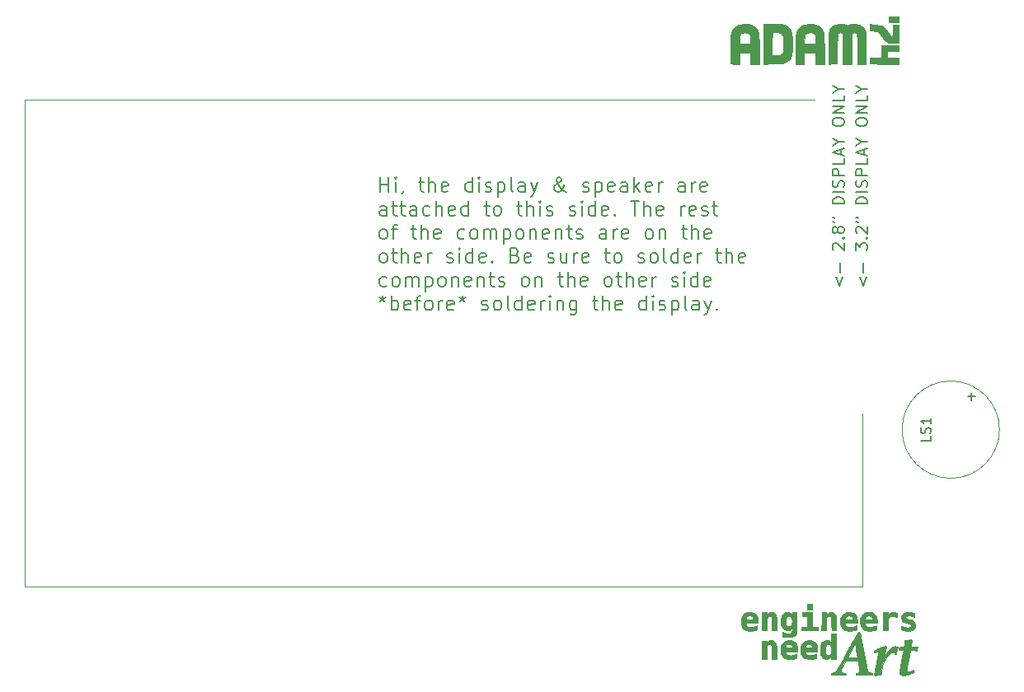
<source format=gbr>
%TF.GenerationSoftware,KiCad,Pcbnew,(5.1.10-1-10_14)*%
%TF.CreationDate,2022-08-05T12:13:03-05:00*%
%TF.ProjectId,Adam74,4164616d-3734-42e6-9b69-6361645f7063,rev?*%
%TF.SameCoordinates,Original*%
%TF.FileFunction,Legend,Top*%
%TF.FilePolarity,Positive*%
%FSLAX46Y46*%
G04 Gerber Fmt 4.6, Leading zero omitted, Abs format (unit mm)*
G04 Created by KiCad (PCBNEW (5.1.10-1-10_14)) date 2022-08-05 12:13:03*
%MOMM*%
%LPD*%
G01*
G04 APERTURE LIST*
%ADD10C,0.200000*%
%ADD11C,0.180000*%
%ADD12C,0.120000*%
%ADD13C,0.010000*%
%ADD14C,0.150000*%
G04 APERTURE END LIST*
D10*
X191442857Y-96714000D02*
X191785714Y-97628285D01*
X192128571Y-96714000D01*
X191842857Y-96256857D02*
X191842857Y-95228285D01*
X191157142Y-93914000D02*
X191100000Y-93856857D01*
X191042857Y-93742571D01*
X191042857Y-93456857D01*
X191100000Y-93342571D01*
X191157142Y-93285428D01*
X191271428Y-93228285D01*
X191385714Y-93228285D01*
X191557142Y-93285428D01*
X192242857Y-93971142D01*
X192242857Y-93228285D01*
X192128571Y-92714000D02*
X192185714Y-92656857D01*
X192242857Y-92714000D01*
X192185714Y-92771142D01*
X192128571Y-92714000D01*
X192242857Y-92714000D01*
X191557142Y-91971142D02*
X191500000Y-92085428D01*
X191442857Y-92142571D01*
X191328571Y-92199714D01*
X191271428Y-92199714D01*
X191157142Y-92142571D01*
X191100000Y-92085428D01*
X191042857Y-91971142D01*
X191042857Y-91742571D01*
X191100000Y-91628285D01*
X191157142Y-91571142D01*
X191271428Y-91514000D01*
X191328571Y-91514000D01*
X191442857Y-91571142D01*
X191500000Y-91628285D01*
X191557142Y-91742571D01*
X191557142Y-91971142D01*
X191614285Y-92085428D01*
X191671428Y-92142571D01*
X191785714Y-92199714D01*
X192014285Y-92199714D01*
X192128571Y-92142571D01*
X192185714Y-92085428D01*
X192242857Y-91971142D01*
X192242857Y-91742571D01*
X192185714Y-91628285D01*
X192128571Y-91571142D01*
X192014285Y-91514000D01*
X191785714Y-91514000D01*
X191671428Y-91571142D01*
X191614285Y-91628285D01*
X191557142Y-91742571D01*
X191042857Y-90999714D02*
X191100000Y-90999714D01*
X191214285Y-91056857D01*
X191271428Y-91114000D01*
X191042857Y-90542571D02*
X191100000Y-90542571D01*
X191214285Y-90599714D01*
X191271428Y-90656857D01*
X192242857Y-89171142D02*
X191042857Y-89171142D01*
X191042857Y-88885428D01*
X191100000Y-88714000D01*
X191214285Y-88599714D01*
X191328571Y-88542571D01*
X191557142Y-88485428D01*
X191728571Y-88485428D01*
X191957142Y-88542571D01*
X192071428Y-88599714D01*
X192185714Y-88714000D01*
X192242857Y-88885428D01*
X192242857Y-89171142D01*
X192242857Y-87971142D02*
X191042857Y-87971142D01*
X192185714Y-87456857D02*
X192242857Y-87285428D01*
X192242857Y-86999714D01*
X192185714Y-86885428D01*
X192128571Y-86828285D01*
X192014285Y-86771142D01*
X191900000Y-86771142D01*
X191785714Y-86828285D01*
X191728571Y-86885428D01*
X191671428Y-86999714D01*
X191614285Y-87228285D01*
X191557142Y-87342571D01*
X191500000Y-87399714D01*
X191385714Y-87456857D01*
X191271428Y-87456857D01*
X191157142Y-87399714D01*
X191100000Y-87342571D01*
X191042857Y-87228285D01*
X191042857Y-86942571D01*
X191100000Y-86771142D01*
X192242857Y-86256857D02*
X191042857Y-86256857D01*
X191042857Y-85799714D01*
X191100000Y-85685428D01*
X191157142Y-85628285D01*
X191271428Y-85571142D01*
X191442857Y-85571142D01*
X191557142Y-85628285D01*
X191614285Y-85685428D01*
X191671428Y-85799714D01*
X191671428Y-86256857D01*
X192242857Y-84485428D02*
X192242857Y-85056857D01*
X191042857Y-85056857D01*
X191900000Y-84142571D02*
X191900000Y-83571142D01*
X192242857Y-84256857D02*
X191042857Y-83856857D01*
X192242857Y-83456857D01*
X191671428Y-82828285D02*
X192242857Y-82828285D01*
X191042857Y-83228285D02*
X191671428Y-82828285D01*
X191042857Y-82428285D01*
X191042857Y-80885428D02*
X191042857Y-80656857D01*
X191100000Y-80542571D01*
X191214285Y-80428285D01*
X191442857Y-80371142D01*
X191842857Y-80371142D01*
X192071428Y-80428285D01*
X192185714Y-80542571D01*
X192242857Y-80656857D01*
X192242857Y-80885428D01*
X192185714Y-80999714D01*
X192071428Y-81114000D01*
X191842857Y-81171142D01*
X191442857Y-81171142D01*
X191214285Y-81114000D01*
X191100000Y-80999714D01*
X191042857Y-80885428D01*
X192242857Y-79856857D02*
X191042857Y-79856857D01*
X192242857Y-79171142D01*
X191042857Y-79171142D01*
X192242857Y-78028285D02*
X192242857Y-78599714D01*
X191042857Y-78599714D01*
X191671428Y-77399714D02*
X192242857Y-77399714D01*
X191042857Y-77799714D02*
X191671428Y-77399714D01*
X191042857Y-76999714D01*
X193842857Y-96714000D02*
X194185714Y-97628285D01*
X194528571Y-96714000D01*
X194242857Y-96256857D02*
X194242857Y-95228285D01*
X193442857Y-93971142D02*
X193442857Y-93228285D01*
X193900000Y-93628285D01*
X193900000Y-93456857D01*
X193957142Y-93342571D01*
X194014285Y-93285428D01*
X194128571Y-93228285D01*
X194414285Y-93228285D01*
X194528571Y-93285428D01*
X194585714Y-93342571D01*
X194642857Y-93456857D01*
X194642857Y-93799714D01*
X194585714Y-93914000D01*
X194528571Y-93971142D01*
X194528571Y-92714000D02*
X194585714Y-92656857D01*
X194642857Y-92714000D01*
X194585714Y-92771142D01*
X194528571Y-92714000D01*
X194642857Y-92714000D01*
X193557142Y-92199714D02*
X193500000Y-92142571D01*
X193442857Y-92028285D01*
X193442857Y-91742571D01*
X193500000Y-91628285D01*
X193557142Y-91571142D01*
X193671428Y-91514000D01*
X193785714Y-91514000D01*
X193957142Y-91571142D01*
X194642857Y-92256857D01*
X194642857Y-91514000D01*
X193442857Y-90999714D02*
X193500000Y-90999714D01*
X193614285Y-91056857D01*
X193671428Y-91114000D01*
X193442857Y-90542571D02*
X193500000Y-90542571D01*
X193614285Y-90599714D01*
X193671428Y-90656857D01*
X194642857Y-89171142D02*
X193442857Y-89171142D01*
X193442857Y-88885428D01*
X193500000Y-88714000D01*
X193614285Y-88599714D01*
X193728571Y-88542571D01*
X193957142Y-88485428D01*
X194128571Y-88485428D01*
X194357142Y-88542571D01*
X194471428Y-88599714D01*
X194585714Y-88714000D01*
X194642857Y-88885428D01*
X194642857Y-89171142D01*
X194642857Y-87971142D02*
X193442857Y-87971142D01*
X194585714Y-87456857D02*
X194642857Y-87285428D01*
X194642857Y-86999714D01*
X194585714Y-86885428D01*
X194528571Y-86828285D01*
X194414285Y-86771142D01*
X194300000Y-86771142D01*
X194185714Y-86828285D01*
X194128571Y-86885428D01*
X194071428Y-86999714D01*
X194014285Y-87228285D01*
X193957142Y-87342571D01*
X193900000Y-87399714D01*
X193785714Y-87456857D01*
X193671428Y-87456857D01*
X193557142Y-87399714D01*
X193500000Y-87342571D01*
X193442857Y-87228285D01*
X193442857Y-86942571D01*
X193500000Y-86771142D01*
X194642857Y-86256857D02*
X193442857Y-86256857D01*
X193442857Y-85799714D01*
X193500000Y-85685428D01*
X193557142Y-85628285D01*
X193671428Y-85571142D01*
X193842857Y-85571142D01*
X193957142Y-85628285D01*
X194014285Y-85685428D01*
X194071428Y-85799714D01*
X194071428Y-86256857D01*
X194642857Y-84485428D02*
X194642857Y-85056857D01*
X193442857Y-85056857D01*
X194300000Y-84142571D02*
X194300000Y-83571142D01*
X194642857Y-84256857D02*
X193442857Y-83856857D01*
X194642857Y-83456857D01*
X194071428Y-82828285D02*
X194642857Y-82828285D01*
X193442857Y-83228285D02*
X194071428Y-82828285D01*
X193442857Y-82428285D01*
X193442857Y-80885428D02*
X193442857Y-80656857D01*
X193500000Y-80542571D01*
X193614285Y-80428285D01*
X193842857Y-80371142D01*
X194242857Y-80371142D01*
X194471428Y-80428285D01*
X194585714Y-80542571D01*
X194642857Y-80656857D01*
X194642857Y-80885428D01*
X194585714Y-80999714D01*
X194471428Y-81114000D01*
X194242857Y-81171142D01*
X193842857Y-81171142D01*
X193614285Y-81114000D01*
X193500000Y-80999714D01*
X193442857Y-80885428D01*
X194642857Y-79856857D02*
X193442857Y-79856857D01*
X194642857Y-79171142D01*
X193442857Y-79171142D01*
X194642857Y-78028285D02*
X194642857Y-78599714D01*
X193442857Y-78599714D01*
X194071428Y-77399714D02*
X194642857Y-77399714D01*
X193442857Y-77799714D02*
X194071428Y-77399714D01*
X193442857Y-76999714D01*
D11*
X144619142Y-87948571D02*
X144619142Y-86448571D01*
X144619142Y-87162857D02*
X145476285Y-87162857D01*
X145476285Y-87948571D02*
X145476285Y-86448571D01*
X146190571Y-87948571D02*
X146190571Y-86948571D01*
X146190571Y-86448571D02*
X146119142Y-86520000D01*
X146190571Y-86591428D01*
X146262000Y-86520000D01*
X146190571Y-86448571D01*
X146190571Y-86591428D01*
X146976285Y-87877142D02*
X146976285Y-87948571D01*
X146904857Y-88091428D01*
X146833428Y-88162857D01*
X148547714Y-86948571D02*
X149119142Y-86948571D01*
X148762000Y-86448571D02*
X148762000Y-87734285D01*
X148833428Y-87877142D01*
X148976285Y-87948571D01*
X149119142Y-87948571D01*
X149619142Y-87948571D02*
X149619142Y-86448571D01*
X150262000Y-87948571D02*
X150262000Y-87162857D01*
X150190571Y-87020000D01*
X150047714Y-86948571D01*
X149833428Y-86948571D01*
X149690571Y-87020000D01*
X149619142Y-87091428D01*
X151547714Y-87877142D02*
X151404857Y-87948571D01*
X151119142Y-87948571D01*
X150976285Y-87877142D01*
X150904857Y-87734285D01*
X150904857Y-87162857D01*
X150976285Y-87020000D01*
X151119142Y-86948571D01*
X151404857Y-86948571D01*
X151547714Y-87020000D01*
X151619142Y-87162857D01*
X151619142Y-87305714D01*
X150904857Y-87448571D01*
X154047714Y-87948571D02*
X154047714Y-86448571D01*
X154047714Y-87877142D02*
X153904857Y-87948571D01*
X153619142Y-87948571D01*
X153476285Y-87877142D01*
X153404857Y-87805714D01*
X153333428Y-87662857D01*
X153333428Y-87234285D01*
X153404857Y-87091428D01*
X153476285Y-87020000D01*
X153619142Y-86948571D01*
X153904857Y-86948571D01*
X154047714Y-87020000D01*
X154762000Y-87948571D02*
X154762000Y-86948571D01*
X154762000Y-86448571D02*
X154690571Y-86520000D01*
X154762000Y-86591428D01*
X154833428Y-86520000D01*
X154762000Y-86448571D01*
X154762000Y-86591428D01*
X155404857Y-87877142D02*
X155547714Y-87948571D01*
X155833428Y-87948571D01*
X155976285Y-87877142D01*
X156047714Y-87734285D01*
X156047714Y-87662857D01*
X155976285Y-87520000D01*
X155833428Y-87448571D01*
X155619142Y-87448571D01*
X155476285Y-87377142D01*
X155404857Y-87234285D01*
X155404857Y-87162857D01*
X155476285Y-87020000D01*
X155619142Y-86948571D01*
X155833428Y-86948571D01*
X155976285Y-87020000D01*
X156690571Y-86948571D02*
X156690571Y-88448571D01*
X156690571Y-87020000D02*
X156833428Y-86948571D01*
X157119142Y-86948571D01*
X157262000Y-87020000D01*
X157333428Y-87091428D01*
X157404857Y-87234285D01*
X157404857Y-87662857D01*
X157333428Y-87805714D01*
X157262000Y-87877142D01*
X157119142Y-87948571D01*
X156833428Y-87948571D01*
X156690571Y-87877142D01*
X158262000Y-87948571D02*
X158119142Y-87877142D01*
X158047714Y-87734285D01*
X158047714Y-86448571D01*
X159476285Y-87948571D02*
X159476285Y-87162857D01*
X159404857Y-87020000D01*
X159262000Y-86948571D01*
X158976285Y-86948571D01*
X158833428Y-87020000D01*
X159476285Y-87877142D02*
X159333428Y-87948571D01*
X158976285Y-87948571D01*
X158833428Y-87877142D01*
X158762000Y-87734285D01*
X158762000Y-87591428D01*
X158833428Y-87448571D01*
X158976285Y-87377142D01*
X159333428Y-87377142D01*
X159476285Y-87305714D01*
X160047714Y-86948571D02*
X160404857Y-87948571D01*
X160762000Y-86948571D02*
X160404857Y-87948571D01*
X160262000Y-88305714D01*
X160190571Y-88377142D01*
X160047714Y-88448571D01*
X163690571Y-87948571D02*
X163619142Y-87948571D01*
X163476285Y-87877142D01*
X163262000Y-87662857D01*
X162904857Y-87234285D01*
X162762000Y-87020000D01*
X162690571Y-86805714D01*
X162690571Y-86662857D01*
X162762000Y-86520000D01*
X162904857Y-86448571D01*
X162976285Y-86448571D01*
X163119142Y-86520000D01*
X163190571Y-86662857D01*
X163190571Y-86734285D01*
X163119142Y-86877142D01*
X163047714Y-86948571D01*
X162619142Y-87234285D01*
X162547714Y-87305714D01*
X162476285Y-87448571D01*
X162476285Y-87662857D01*
X162547714Y-87805714D01*
X162619142Y-87877142D01*
X162762000Y-87948571D01*
X162976285Y-87948571D01*
X163119142Y-87877142D01*
X163190571Y-87805714D01*
X163404857Y-87520000D01*
X163476285Y-87305714D01*
X163476285Y-87162857D01*
X165404857Y-87877142D02*
X165547714Y-87948571D01*
X165833428Y-87948571D01*
X165976285Y-87877142D01*
X166047714Y-87734285D01*
X166047714Y-87662857D01*
X165976285Y-87520000D01*
X165833428Y-87448571D01*
X165619142Y-87448571D01*
X165476285Y-87377142D01*
X165404857Y-87234285D01*
X165404857Y-87162857D01*
X165476285Y-87020000D01*
X165619142Y-86948571D01*
X165833428Y-86948571D01*
X165976285Y-87020000D01*
X166690571Y-86948571D02*
X166690571Y-88448571D01*
X166690571Y-87020000D02*
X166833428Y-86948571D01*
X167119142Y-86948571D01*
X167262000Y-87020000D01*
X167333428Y-87091428D01*
X167404857Y-87234285D01*
X167404857Y-87662857D01*
X167333428Y-87805714D01*
X167262000Y-87877142D01*
X167119142Y-87948571D01*
X166833428Y-87948571D01*
X166690571Y-87877142D01*
X168619142Y-87877142D02*
X168476285Y-87948571D01*
X168190571Y-87948571D01*
X168047714Y-87877142D01*
X167976285Y-87734285D01*
X167976285Y-87162857D01*
X168047714Y-87020000D01*
X168190571Y-86948571D01*
X168476285Y-86948571D01*
X168619142Y-87020000D01*
X168690571Y-87162857D01*
X168690571Y-87305714D01*
X167976285Y-87448571D01*
X169976285Y-87948571D02*
X169976285Y-87162857D01*
X169904857Y-87020000D01*
X169762000Y-86948571D01*
X169476285Y-86948571D01*
X169333428Y-87020000D01*
X169976285Y-87877142D02*
X169833428Y-87948571D01*
X169476285Y-87948571D01*
X169333428Y-87877142D01*
X169262000Y-87734285D01*
X169262000Y-87591428D01*
X169333428Y-87448571D01*
X169476285Y-87377142D01*
X169833428Y-87377142D01*
X169976285Y-87305714D01*
X170690571Y-87948571D02*
X170690571Y-86448571D01*
X170833428Y-87377142D02*
X171262000Y-87948571D01*
X171262000Y-86948571D02*
X170690571Y-87520000D01*
X172476285Y-87877142D02*
X172333428Y-87948571D01*
X172047714Y-87948571D01*
X171904857Y-87877142D01*
X171833428Y-87734285D01*
X171833428Y-87162857D01*
X171904857Y-87020000D01*
X172047714Y-86948571D01*
X172333428Y-86948571D01*
X172476285Y-87020000D01*
X172547714Y-87162857D01*
X172547714Y-87305714D01*
X171833428Y-87448571D01*
X173190571Y-87948571D02*
X173190571Y-86948571D01*
X173190571Y-87234285D02*
X173262000Y-87091428D01*
X173333428Y-87020000D01*
X173476285Y-86948571D01*
X173619142Y-86948571D01*
X175904857Y-87948571D02*
X175904857Y-87162857D01*
X175833428Y-87020000D01*
X175690571Y-86948571D01*
X175404857Y-86948571D01*
X175262000Y-87020000D01*
X175904857Y-87877142D02*
X175762000Y-87948571D01*
X175404857Y-87948571D01*
X175262000Y-87877142D01*
X175190571Y-87734285D01*
X175190571Y-87591428D01*
X175262000Y-87448571D01*
X175404857Y-87377142D01*
X175762000Y-87377142D01*
X175904857Y-87305714D01*
X176619142Y-87948571D02*
X176619142Y-86948571D01*
X176619142Y-87234285D02*
X176690571Y-87091428D01*
X176762000Y-87020000D01*
X176904857Y-86948571D01*
X177047714Y-86948571D01*
X178119142Y-87877142D02*
X177976285Y-87948571D01*
X177690571Y-87948571D01*
X177547714Y-87877142D01*
X177476285Y-87734285D01*
X177476285Y-87162857D01*
X177547714Y-87020000D01*
X177690571Y-86948571D01*
X177976285Y-86948571D01*
X178119142Y-87020000D01*
X178190571Y-87162857D01*
X178190571Y-87305714D01*
X177476285Y-87448571D01*
X145262000Y-90378571D02*
X145262000Y-89592857D01*
X145190571Y-89450000D01*
X145047714Y-89378571D01*
X144762000Y-89378571D01*
X144619142Y-89450000D01*
X145262000Y-90307142D02*
X145119142Y-90378571D01*
X144762000Y-90378571D01*
X144619142Y-90307142D01*
X144547714Y-90164285D01*
X144547714Y-90021428D01*
X144619142Y-89878571D01*
X144762000Y-89807142D01*
X145119142Y-89807142D01*
X145262000Y-89735714D01*
X145762000Y-89378571D02*
X146333428Y-89378571D01*
X145976285Y-88878571D02*
X145976285Y-90164285D01*
X146047714Y-90307142D01*
X146190571Y-90378571D01*
X146333428Y-90378571D01*
X146619142Y-89378571D02*
X147190571Y-89378571D01*
X146833428Y-88878571D02*
X146833428Y-90164285D01*
X146904857Y-90307142D01*
X147047714Y-90378571D01*
X147190571Y-90378571D01*
X148333428Y-90378571D02*
X148333428Y-89592857D01*
X148262000Y-89450000D01*
X148119142Y-89378571D01*
X147833428Y-89378571D01*
X147690571Y-89450000D01*
X148333428Y-90307142D02*
X148190571Y-90378571D01*
X147833428Y-90378571D01*
X147690571Y-90307142D01*
X147619142Y-90164285D01*
X147619142Y-90021428D01*
X147690571Y-89878571D01*
X147833428Y-89807142D01*
X148190571Y-89807142D01*
X148333428Y-89735714D01*
X149690571Y-90307142D02*
X149547714Y-90378571D01*
X149262000Y-90378571D01*
X149119142Y-90307142D01*
X149047714Y-90235714D01*
X148976285Y-90092857D01*
X148976285Y-89664285D01*
X149047714Y-89521428D01*
X149119142Y-89450000D01*
X149262000Y-89378571D01*
X149547714Y-89378571D01*
X149690571Y-89450000D01*
X150333428Y-90378571D02*
X150333428Y-88878571D01*
X150976285Y-90378571D02*
X150976285Y-89592857D01*
X150904857Y-89450000D01*
X150762000Y-89378571D01*
X150547714Y-89378571D01*
X150404857Y-89450000D01*
X150333428Y-89521428D01*
X152262000Y-90307142D02*
X152119142Y-90378571D01*
X151833428Y-90378571D01*
X151690571Y-90307142D01*
X151619142Y-90164285D01*
X151619142Y-89592857D01*
X151690571Y-89450000D01*
X151833428Y-89378571D01*
X152119142Y-89378571D01*
X152262000Y-89450000D01*
X152333428Y-89592857D01*
X152333428Y-89735714D01*
X151619142Y-89878571D01*
X153619142Y-90378571D02*
X153619142Y-88878571D01*
X153619142Y-90307142D02*
X153476285Y-90378571D01*
X153190571Y-90378571D01*
X153047714Y-90307142D01*
X152976285Y-90235714D01*
X152904857Y-90092857D01*
X152904857Y-89664285D01*
X152976285Y-89521428D01*
X153047714Y-89450000D01*
X153190571Y-89378571D01*
X153476285Y-89378571D01*
X153619142Y-89450000D01*
X155262000Y-89378571D02*
X155833428Y-89378571D01*
X155476285Y-88878571D02*
X155476285Y-90164285D01*
X155547714Y-90307142D01*
X155690571Y-90378571D01*
X155833428Y-90378571D01*
X156547714Y-90378571D02*
X156404857Y-90307142D01*
X156333428Y-90235714D01*
X156262000Y-90092857D01*
X156262000Y-89664285D01*
X156333428Y-89521428D01*
X156404857Y-89450000D01*
X156547714Y-89378571D01*
X156762000Y-89378571D01*
X156904857Y-89450000D01*
X156976285Y-89521428D01*
X157047714Y-89664285D01*
X157047714Y-90092857D01*
X156976285Y-90235714D01*
X156904857Y-90307142D01*
X156762000Y-90378571D01*
X156547714Y-90378571D01*
X158619142Y-89378571D02*
X159190571Y-89378571D01*
X158833428Y-88878571D02*
X158833428Y-90164285D01*
X158904857Y-90307142D01*
X159047714Y-90378571D01*
X159190571Y-90378571D01*
X159690571Y-90378571D02*
X159690571Y-88878571D01*
X160333428Y-90378571D02*
X160333428Y-89592857D01*
X160262000Y-89450000D01*
X160119142Y-89378571D01*
X159904857Y-89378571D01*
X159762000Y-89450000D01*
X159690571Y-89521428D01*
X161047714Y-90378571D02*
X161047714Y-89378571D01*
X161047714Y-88878571D02*
X160976285Y-88950000D01*
X161047714Y-89021428D01*
X161119142Y-88950000D01*
X161047714Y-88878571D01*
X161047714Y-89021428D01*
X161690571Y-90307142D02*
X161833428Y-90378571D01*
X162119142Y-90378571D01*
X162262000Y-90307142D01*
X162333428Y-90164285D01*
X162333428Y-90092857D01*
X162262000Y-89950000D01*
X162119142Y-89878571D01*
X161904857Y-89878571D01*
X161762000Y-89807142D01*
X161690571Y-89664285D01*
X161690571Y-89592857D01*
X161762000Y-89450000D01*
X161904857Y-89378571D01*
X162119142Y-89378571D01*
X162262000Y-89450000D01*
X164047714Y-90307142D02*
X164190571Y-90378571D01*
X164476285Y-90378571D01*
X164619142Y-90307142D01*
X164690571Y-90164285D01*
X164690571Y-90092857D01*
X164619142Y-89950000D01*
X164476285Y-89878571D01*
X164262000Y-89878571D01*
X164119142Y-89807142D01*
X164047714Y-89664285D01*
X164047714Y-89592857D01*
X164119142Y-89450000D01*
X164262000Y-89378571D01*
X164476285Y-89378571D01*
X164619142Y-89450000D01*
X165333428Y-90378571D02*
X165333428Y-89378571D01*
X165333428Y-88878571D02*
X165262000Y-88950000D01*
X165333428Y-89021428D01*
X165404857Y-88950000D01*
X165333428Y-88878571D01*
X165333428Y-89021428D01*
X166690571Y-90378571D02*
X166690571Y-88878571D01*
X166690571Y-90307142D02*
X166547714Y-90378571D01*
X166262000Y-90378571D01*
X166119142Y-90307142D01*
X166047714Y-90235714D01*
X165976285Y-90092857D01*
X165976285Y-89664285D01*
X166047714Y-89521428D01*
X166119142Y-89450000D01*
X166262000Y-89378571D01*
X166547714Y-89378571D01*
X166690571Y-89450000D01*
X167976285Y-90307142D02*
X167833428Y-90378571D01*
X167547714Y-90378571D01*
X167404857Y-90307142D01*
X167333428Y-90164285D01*
X167333428Y-89592857D01*
X167404857Y-89450000D01*
X167547714Y-89378571D01*
X167833428Y-89378571D01*
X167976285Y-89450000D01*
X168047714Y-89592857D01*
X168047714Y-89735714D01*
X167333428Y-89878571D01*
X168690571Y-90235714D02*
X168762000Y-90307142D01*
X168690571Y-90378571D01*
X168619142Y-90307142D01*
X168690571Y-90235714D01*
X168690571Y-90378571D01*
X170333428Y-88878571D02*
X171190571Y-88878571D01*
X170762000Y-90378571D02*
X170762000Y-88878571D01*
X171690571Y-90378571D02*
X171690571Y-88878571D01*
X172333428Y-90378571D02*
X172333428Y-89592857D01*
X172262000Y-89450000D01*
X172119142Y-89378571D01*
X171904857Y-89378571D01*
X171762000Y-89450000D01*
X171690571Y-89521428D01*
X173619142Y-90307142D02*
X173476285Y-90378571D01*
X173190571Y-90378571D01*
X173047714Y-90307142D01*
X172976285Y-90164285D01*
X172976285Y-89592857D01*
X173047714Y-89450000D01*
X173190571Y-89378571D01*
X173476285Y-89378571D01*
X173619142Y-89450000D01*
X173690571Y-89592857D01*
X173690571Y-89735714D01*
X172976285Y-89878571D01*
X175476285Y-90378571D02*
X175476285Y-89378571D01*
X175476285Y-89664285D02*
X175547714Y-89521428D01*
X175619142Y-89450000D01*
X175762000Y-89378571D01*
X175904857Y-89378571D01*
X176976285Y-90307142D02*
X176833428Y-90378571D01*
X176547714Y-90378571D01*
X176404857Y-90307142D01*
X176333428Y-90164285D01*
X176333428Y-89592857D01*
X176404857Y-89450000D01*
X176547714Y-89378571D01*
X176833428Y-89378571D01*
X176976285Y-89450000D01*
X177047714Y-89592857D01*
X177047714Y-89735714D01*
X176333428Y-89878571D01*
X177619142Y-90307142D02*
X177762000Y-90378571D01*
X178047714Y-90378571D01*
X178190571Y-90307142D01*
X178262000Y-90164285D01*
X178262000Y-90092857D01*
X178190571Y-89950000D01*
X178047714Y-89878571D01*
X177833428Y-89878571D01*
X177690571Y-89807142D01*
X177619142Y-89664285D01*
X177619142Y-89592857D01*
X177690571Y-89450000D01*
X177833428Y-89378571D01*
X178047714Y-89378571D01*
X178190571Y-89450000D01*
X178690571Y-89378571D02*
X179262000Y-89378571D01*
X178904857Y-88878571D02*
X178904857Y-90164285D01*
X178976285Y-90307142D01*
X179119142Y-90378571D01*
X179262000Y-90378571D01*
X144833428Y-92808571D02*
X144690571Y-92737142D01*
X144619142Y-92665714D01*
X144547714Y-92522857D01*
X144547714Y-92094285D01*
X144619142Y-91951428D01*
X144690571Y-91880000D01*
X144833428Y-91808571D01*
X145047714Y-91808571D01*
X145190571Y-91880000D01*
X145262000Y-91951428D01*
X145333428Y-92094285D01*
X145333428Y-92522857D01*
X145262000Y-92665714D01*
X145190571Y-92737142D01*
X145047714Y-92808571D01*
X144833428Y-92808571D01*
X145762000Y-91808571D02*
X146333428Y-91808571D01*
X145976285Y-92808571D02*
X145976285Y-91522857D01*
X146047714Y-91380000D01*
X146190571Y-91308571D01*
X146333428Y-91308571D01*
X147762000Y-91808571D02*
X148333428Y-91808571D01*
X147976285Y-91308571D02*
X147976285Y-92594285D01*
X148047714Y-92737142D01*
X148190571Y-92808571D01*
X148333428Y-92808571D01*
X148833428Y-92808571D02*
X148833428Y-91308571D01*
X149476285Y-92808571D02*
X149476285Y-92022857D01*
X149404857Y-91880000D01*
X149262000Y-91808571D01*
X149047714Y-91808571D01*
X148904857Y-91880000D01*
X148833428Y-91951428D01*
X150762000Y-92737142D02*
X150619142Y-92808571D01*
X150333428Y-92808571D01*
X150190571Y-92737142D01*
X150119142Y-92594285D01*
X150119142Y-92022857D01*
X150190571Y-91880000D01*
X150333428Y-91808571D01*
X150619142Y-91808571D01*
X150762000Y-91880000D01*
X150833428Y-92022857D01*
X150833428Y-92165714D01*
X150119142Y-92308571D01*
X153262000Y-92737142D02*
X153119142Y-92808571D01*
X152833428Y-92808571D01*
X152690571Y-92737142D01*
X152619142Y-92665714D01*
X152547714Y-92522857D01*
X152547714Y-92094285D01*
X152619142Y-91951428D01*
X152690571Y-91880000D01*
X152833428Y-91808571D01*
X153119142Y-91808571D01*
X153262000Y-91880000D01*
X154119142Y-92808571D02*
X153976285Y-92737142D01*
X153904857Y-92665714D01*
X153833428Y-92522857D01*
X153833428Y-92094285D01*
X153904857Y-91951428D01*
X153976285Y-91880000D01*
X154119142Y-91808571D01*
X154333428Y-91808571D01*
X154476285Y-91880000D01*
X154547714Y-91951428D01*
X154619142Y-92094285D01*
X154619142Y-92522857D01*
X154547714Y-92665714D01*
X154476285Y-92737142D01*
X154333428Y-92808571D01*
X154119142Y-92808571D01*
X155262000Y-92808571D02*
X155262000Y-91808571D01*
X155262000Y-91951428D02*
X155333428Y-91880000D01*
X155476285Y-91808571D01*
X155690571Y-91808571D01*
X155833428Y-91880000D01*
X155904857Y-92022857D01*
X155904857Y-92808571D01*
X155904857Y-92022857D02*
X155976285Y-91880000D01*
X156119142Y-91808571D01*
X156333428Y-91808571D01*
X156476285Y-91880000D01*
X156547714Y-92022857D01*
X156547714Y-92808571D01*
X157262000Y-91808571D02*
X157262000Y-93308571D01*
X157262000Y-91880000D02*
X157404857Y-91808571D01*
X157690571Y-91808571D01*
X157833428Y-91880000D01*
X157904857Y-91951428D01*
X157976285Y-92094285D01*
X157976285Y-92522857D01*
X157904857Y-92665714D01*
X157833428Y-92737142D01*
X157690571Y-92808571D01*
X157404857Y-92808571D01*
X157262000Y-92737142D01*
X158833428Y-92808571D02*
X158690571Y-92737142D01*
X158619142Y-92665714D01*
X158547714Y-92522857D01*
X158547714Y-92094285D01*
X158619142Y-91951428D01*
X158690571Y-91880000D01*
X158833428Y-91808571D01*
X159047714Y-91808571D01*
X159190571Y-91880000D01*
X159262000Y-91951428D01*
X159333428Y-92094285D01*
X159333428Y-92522857D01*
X159262000Y-92665714D01*
X159190571Y-92737142D01*
X159047714Y-92808571D01*
X158833428Y-92808571D01*
X159976285Y-91808571D02*
X159976285Y-92808571D01*
X159976285Y-91951428D02*
X160047714Y-91880000D01*
X160190571Y-91808571D01*
X160404857Y-91808571D01*
X160547714Y-91880000D01*
X160619142Y-92022857D01*
X160619142Y-92808571D01*
X161904857Y-92737142D02*
X161762000Y-92808571D01*
X161476285Y-92808571D01*
X161333428Y-92737142D01*
X161262000Y-92594285D01*
X161262000Y-92022857D01*
X161333428Y-91880000D01*
X161476285Y-91808571D01*
X161762000Y-91808571D01*
X161904857Y-91880000D01*
X161976285Y-92022857D01*
X161976285Y-92165714D01*
X161262000Y-92308571D01*
X162619142Y-91808571D02*
X162619142Y-92808571D01*
X162619142Y-91951428D02*
X162690571Y-91880000D01*
X162833428Y-91808571D01*
X163047714Y-91808571D01*
X163190571Y-91880000D01*
X163262000Y-92022857D01*
X163262000Y-92808571D01*
X163762000Y-91808571D02*
X164333428Y-91808571D01*
X163976285Y-91308571D02*
X163976285Y-92594285D01*
X164047714Y-92737142D01*
X164190571Y-92808571D01*
X164333428Y-92808571D01*
X164762000Y-92737142D02*
X164904857Y-92808571D01*
X165190571Y-92808571D01*
X165333428Y-92737142D01*
X165404857Y-92594285D01*
X165404857Y-92522857D01*
X165333428Y-92380000D01*
X165190571Y-92308571D01*
X164976285Y-92308571D01*
X164833428Y-92237142D01*
X164762000Y-92094285D01*
X164762000Y-92022857D01*
X164833428Y-91880000D01*
X164976285Y-91808571D01*
X165190571Y-91808571D01*
X165333428Y-91880000D01*
X167833428Y-92808571D02*
X167833428Y-92022857D01*
X167762000Y-91880000D01*
X167619142Y-91808571D01*
X167333428Y-91808571D01*
X167190571Y-91880000D01*
X167833428Y-92737142D02*
X167690571Y-92808571D01*
X167333428Y-92808571D01*
X167190571Y-92737142D01*
X167119142Y-92594285D01*
X167119142Y-92451428D01*
X167190571Y-92308571D01*
X167333428Y-92237142D01*
X167690571Y-92237142D01*
X167833428Y-92165714D01*
X168547714Y-92808571D02*
X168547714Y-91808571D01*
X168547714Y-92094285D02*
X168619142Y-91951428D01*
X168690571Y-91880000D01*
X168833428Y-91808571D01*
X168976285Y-91808571D01*
X170047714Y-92737142D02*
X169904857Y-92808571D01*
X169619142Y-92808571D01*
X169476285Y-92737142D01*
X169404857Y-92594285D01*
X169404857Y-92022857D01*
X169476285Y-91880000D01*
X169619142Y-91808571D01*
X169904857Y-91808571D01*
X170047714Y-91880000D01*
X170119142Y-92022857D01*
X170119142Y-92165714D01*
X169404857Y-92308571D01*
X172119142Y-92808571D02*
X171976285Y-92737142D01*
X171904857Y-92665714D01*
X171833428Y-92522857D01*
X171833428Y-92094285D01*
X171904857Y-91951428D01*
X171976285Y-91880000D01*
X172119142Y-91808571D01*
X172333428Y-91808571D01*
X172476285Y-91880000D01*
X172547714Y-91951428D01*
X172619142Y-92094285D01*
X172619142Y-92522857D01*
X172547714Y-92665714D01*
X172476285Y-92737142D01*
X172333428Y-92808571D01*
X172119142Y-92808571D01*
X173262000Y-91808571D02*
X173262000Y-92808571D01*
X173262000Y-91951428D02*
X173333428Y-91880000D01*
X173476285Y-91808571D01*
X173690571Y-91808571D01*
X173833428Y-91880000D01*
X173904857Y-92022857D01*
X173904857Y-92808571D01*
X175547714Y-91808571D02*
X176119142Y-91808571D01*
X175762000Y-91308571D02*
X175762000Y-92594285D01*
X175833428Y-92737142D01*
X175976285Y-92808571D01*
X176119142Y-92808571D01*
X176619142Y-92808571D02*
X176619142Y-91308571D01*
X177262000Y-92808571D02*
X177262000Y-92022857D01*
X177190571Y-91880000D01*
X177047714Y-91808571D01*
X176833428Y-91808571D01*
X176690571Y-91880000D01*
X176619142Y-91951428D01*
X178547714Y-92737142D02*
X178404857Y-92808571D01*
X178119142Y-92808571D01*
X177976285Y-92737142D01*
X177904857Y-92594285D01*
X177904857Y-92022857D01*
X177976285Y-91880000D01*
X178119142Y-91808571D01*
X178404857Y-91808571D01*
X178547714Y-91880000D01*
X178619142Y-92022857D01*
X178619142Y-92165714D01*
X177904857Y-92308571D01*
X144833428Y-95238571D02*
X144690571Y-95167142D01*
X144619142Y-95095714D01*
X144547714Y-94952857D01*
X144547714Y-94524285D01*
X144619142Y-94381428D01*
X144690571Y-94310000D01*
X144833428Y-94238571D01*
X145047714Y-94238571D01*
X145190571Y-94310000D01*
X145262000Y-94381428D01*
X145333428Y-94524285D01*
X145333428Y-94952857D01*
X145262000Y-95095714D01*
X145190571Y-95167142D01*
X145047714Y-95238571D01*
X144833428Y-95238571D01*
X145762000Y-94238571D02*
X146333428Y-94238571D01*
X145976285Y-93738571D02*
X145976285Y-95024285D01*
X146047714Y-95167142D01*
X146190571Y-95238571D01*
X146333428Y-95238571D01*
X146833428Y-95238571D02*
X146833428Y-93738571D01*
X147476285Y-95238571D02*
X147476285Y-94452857D01*
X147404857Y-94310000D01*
X147262000Y-94238571D01*
X147047714Y-94238571D01*
X146904857Y-94310000D01*
X146833428Y-94381428D01*
X148762000Y-95167142D02*
X148619142Y-95238571D01*
X148333428Y-95238571D01*
X148190571Y-95167142D01*
X148119142Y-95024285D01*
X148119142Y-94452857D01*
X148190571Y-94310000D01*
X148333428Y-94238571D01*
X148619142Y-94238571D01*
X148762000Y-94310000D01*
X148833428Y-94452857D01*
X148833428Y-94595714D01*
X148119142Y-94738571D01*
X149476285Y-95238571D02*
X149476285Y-94238571D01*
X149476285Y-94524285D02*
X149547714Y-94381428D01*
X149619142Y-94310000D01*
X149762000Y-94238571D01*
X149904857Y-94238571D01*
X151476285Y-95167142D02*
X151619142Y-95238571D01*
X151904857Y-95238571D01*
X152047714Y-95167142D01*
X152119142Y-95024285D01*
X152119142Y-94952857D01*
X152047714Y-94810000D01*
X151904857Y-94738571D01*
X151690571Y-94738571D01*
X151547714Y-94667142D01*
X151476285Y-94524285D01*
X151476285Y-94452857D01*
X151547714Y-94310000D01*
X151690571Y-94238571D01*
X151904857Y-94238571D01*
X152047714Y-94310000D01*
X152762000Y-95238571D02*
X152762000Y-94238571D01*
X152762000Y-93738571D02*
X152690571Y-93810000D01*
X152762000Y-93881428D01*
X152833428Y-93810000D01*
X152762000Y-93738571D01*
X152762000Y-93881428D01*
X154119142Y-95238571D02*
X154119142Y-93738571D01*
X154119142Y-95167142D02*
X153976285Y-95238571D01*
X153690571Y-95238571D01*
X153547714Y-95167142D01*
X153476285Y-95095714D01*
X153404857Y-94952857D01*
X153404857Y-94524285D01*
X153476285Y-94381428D01*
X153547714Y-94310000D01*
X153690571Y-94238571D01*
X153976285Y-94238571D01*
X154119142Y-94310000D01*
X155404857Y-95167142D02*
X155262000Y-95238571D01*
X154976285Y-95238571D01*
X154833428Y-95167142D01*
X154762000Y-95024285D01*
X154762000Y-94452857D01*
X154833428Y-94310000D01*
X154976285Y-94238571D01*
X155262000Y-94238571D01*
X155404857Y-94310000D01*
X155476285Y-94452857D01*
X155476285Y-94595714D01*
X154762000Y-94738571D01*
X156119142Y-95095714D02*
X156190571Y-95167142D01*
X156119142Y-95238571D01*
X156047714Y-95167142D01*
X156119142Y-95095714D01*
X156119142Y-95238571D01*
X158476285Y-94452857D02*
X158690571Y-94524285D01*
X158762000Y-94595714D01*
X158833428Y-94738571D01*
X158833428Y-94952857D01*
X158762000Y-95095714D01*
X158690571Y-95167142D01*
X158547714Y-95238571D01*
X157976285Y-95238571D01*
X157976285Y-93738571D01*
X158476285Y-93738571D01*
X158619142Y-93810000D01*
X158690571Y-93881428D01*
X158762000Y-94024285D01*
X158762000Y-94167142D01*
X158690571Y-94310000D01*
X158619142Y-94381428D01*
X158476285Y-94452857D01*
X157976285Y-94452857D01*
X160047714Y-95167142D02*
X159904857Y-95238571D01*
X159619142Y-95238571D01*
X159476285Y-95167142D01*
X159404857Y-95024285D01*
X159404857Y-94452857D01*
X159476285Y-94310000D01*
X159619142Y-94238571D01*
X159904857Y-94238571D01*
X160047714Y-94310000D01*
X160119142Y-94452857D01*
X160119142Y-94595714D01*
X159404857Y-94738571D01*
X161833428Y-95167142D02*
X161976285Y-95238571D01*
X162262000Y-95238571D01*
X162404857Y-95167142D01*
X162476285Y-95024285D01*
X162476285Y-94952857D01*
X162404857Y-94810000D01*
X162262000Y-94738571D01*
X162047714Y-94738571D01*
X161904857Y-94667142D01*
X161833428Y-94524285D01*
X161833428Y-94452857D01*
X161904857Y-94310000D01*
X162047714Y-94238571D01*
X162262000Y-94238571D01*
X162404857Y-94310000D01*
X163762000Y-94238571D02*
X163762000Y-95238571D01*
X163119142Y-94238571D02*
X163119142Y-95024285D01*
X163190571Y-95167142D01*
X163333428Y-95238571D01*
X163547714Y-95238571D01*
X163690571Y-95167142D01*
X163762000Y-95095714D01*
X164476285Y-95238571D02*
X164476285Y-94238571D01*
X164476285Y-94524285D02*
X164547714Y-94381428D01*
X164619142Y-94310000D01*
X164762000Y-94238571D01*
X164904857Y-94238571D01*
X165976285Y-95167142D02*
X165833428Y-95238571D01*
X165547714Y-95238571D01*
X165404857Y-95167142D01*
X165333428Y-95024285D01*
X165333428Y-94452857D01*
X165404857Y-94310000D01*
X165547714Y-94238571D01*
X165833428Y-94238571D01*
X165976285Y-94310000D01*
X166047714Y-94452857D01*
X166047714Y-94595714D01*
X165333428Y-94738571D01*
X167619142Y-94238571D02*
X168190571Y-94238571D01*
X167833428Y-93738571D02*
X167833428Y-95024285D01*
X167904857Y-95167142D01*
X168047714Y-95238571D01*
X168190571Y-95238571D01*
X168904857Y-95238571D02*
X168762000Y-95167142D01*
X168690571Y-95095714D01*
X168619142Y-94952857D01*
X168619142Y-94524285D01*
X168690571Y-94381428D01*
X168762000Y-94310000D01*
X168904857Y-94238571D01*
X169119142Y-94238571D01*
X169262000Y-94310000D01*
X169333428Y-94381428D01*
X169404857Y-94524285D01*
X169404857Y-94952857D01*
X169333428Y-95095714D01*
X169262000Y-95167142D01*
X169119142Y-95238571D01*
X168904857Y-95238571D01*
X171119142Y-95167142D02*
X171262000Y-95238571D01*
X171547714Y-95238571D01*
X171690571Y-95167142D01*
X171762000Y-95024285D01*
X171762000Y-94952857D01*
X171690571Y-94810000D01*
X171547714Y-94738571D01*
X171333428Y-94738571D01*
X171190571Y-94667142D01*
X171119142Y-94524285D01*
X171119142Y-94452857D01*
X171190571Y-94310000D01*
X171333428Y-94238571D01*
X171547714Y-94238571D01*
X171690571Y-94310000D01*
X172619142Y-95238571D02*
X172476285Y-95167142D01*
X172404857Y-95095714D01*
X172333428Y-94952857D01*
X172333428Y-94524285D01*
X172404857Y-94381428D01*
X172476285Y-94310000D01*
X172619142Y-94238571D01*
X172833428Y-94238571D01*
X172976285Y-94310000D01*
X173047714Y-94381428D01*
X173119142Y-94524285D01*
X173119142Y-94952857D01*
X173047714Y-95095714D01*
X172976285Y-95167142D01*
X172833428Y-95238571D01*
X172619142Y-95238571D01*
X173976285Y-95238571D02*
X173833428Y-95167142D01*
X173762000Y-95024285D01*
X173762000Y-93738571D01*
X175190571Y-95238571D02*
X175190571Y-93738571D01*
X175190571Y-95167142D02*
X175047714Y-95238571D01*
X174762000Y-95238571D01*
X174619142Y-95167142D01*
X174547714Y-95095714D01*
X174476285Y-94952857D01*
X174476285Y-94524285D01*
X174547714Y-94381428D01*
X174619142Y-94310000D01*
X174762000Y-94238571D01*
X175047714Y-94238571D01*
X175190571Y-94310000D01*
X176476285Y-95167142D02*
X176333428Y-95238571D01*
X176047714Y-95238571D01*
X175904857Y-95167142D01*
X175833428Y-95024285D01*
X175833428Y-94452857D01*
X175904857Y-94310000D01*
X176047714Y-94238571D01*
X176333428Y-94238571D01*
X176476285Y-94310000D01*
X176547714Y-94452857D01*
X176547714Y-94595714D01*
X175833428Y-94738571D01*
X177190571Y-95238571D02*
X177190571Y-94238571D01*
X177190571Y-94524285D02*
X177262000Y-94381428D01*
X177333428Y-94310000D01*
X177476285Y-94238571D01*
X177619142Y-94238571D01*
X179047714Y-94238571D02*
X179619142Y-94238571D01*
X179262000Y-93738571D02*
X179262000Y-95024285D01*
X179333428Y-95167142D01*
X179476285Y-95238571D01*
X179619142Y-95238571D01*
X180119142Y-95238571D02*
X180119142Y-93738571D01*
X180762000Y-95238571D02*
X180762000Y-94452857D01*
X180690571Y-94310000D01*
X180547714Y-94238571D01*
X180333428Y-94238571D01*
X180190571Y-94310000D01*
X180119142Y-94381428D01*
X182047714Y-95167142D02*
X181904857Y-95238571D01*
X181619142Y-95238571D01*
X181476285Y-95167142D01*
X181404857Y-95024285D01*
X181404857Y-94452857D01*
X181476285Y-94310000D01*
X181619142Y-94238571D01*
X181904857Y-94238571D01*
X182047714Y-94310000D01*
X182119142Y-94452857D01*
X182119142Y-94595714D01*
X181404857Y-94738571D01*
X145262000Y-97597142D02*
X145119142Y-97668571D01*
X144833428Y-97668571D01*
X144690571Y-97597142D01*
X144619142Y-97525714D01*
X144547714Y-97382857D01*
X144547714Y-96954285D01*
X144619142Y-96811428D01*
X144690571Y-96740000D01*
X144833428Y-96668571D01*
X145119142Y-96668571D01*
X145262000Y-96740000D01*
X146119142Y-97668571D02*
X145976285Y-97597142D01*
X145904857Y-97525714D01*
X145833428Y-97382857D01*
X145833428Y-96954285D01*
X145904857Y-96811428D01*
X145976285Y-96740000D01*
X146119142Y-96668571D01*
X146333428Y-96668571D01*
X146476285Y-96740000D01*
X146547714Y-96811428D01*
X146619142Y-96954285D01*
X146619142Y-97382857D01*
X146547714Y-97525714D01*
X146476285Y-97597142D01*
X146333428Y-97668571D01*
X146119142Y-97668571D01*
X147262000Y-97668571D02*
X147262000Y-96668571D01*
X147262000Y-96811428D02*
X147333428Y-96740000D01*
X147476285Y-96668571D01*
X147690571Y-96668571D01*
X147833428Y-96740000D01*
X147904857Y-96882857D01*
X147904857Y-97668571D01*
X147904857Y-96882857D02*
X147976285Y-96740000D01*
X148119142Y-96668571D01*
X148333428Y-96668571D01*
X148476285Y-96740000D01*
X148547714Y-96882857D01*
X148547714Y-97668571D01*
X149262000Y-96668571D02*
X149262000Y-98168571D01*
X149262000Y-96740000D02*
X149404857Y-96668571D01*
X149690571Y-96668571D01*
X149833428Y-96740000D01*
X149904857Y-96811428D01*
X149976285Y-96954285D01*
X149976285Y-97382857D01*
X149904857Y-97525714D01*
X149833428Y-97597142D01*
X149690571Y-97668571D01*
X149404857Y-97668571D01*
X149262000Y-97597142D01*
X150833428Y-97668571D02*
X150690571Y-97597142D01*
X150619142Y-97525714D01*
X150547714Y-97382857D01*
X150547714Y-96954285D01*
X150619142Y-96811428D01*
X150690571Y-96740000D01*
X150833428Y-96668571D01*
X151047714Y-96668571D01*
X151190571Y-96740000D01*
X151262000Y-96811428D01*
X151333428Y-96954285D01*
X151333428Y-97382857D01*
X151262000Y-97525714D01*
X151190571Y-97597142D01*
X151047714Y-97668571D01*
X150833428Y-97668571D01*
X151976285Y-96668571D02*
X151976285Y-97668571D01*
X151976285Y-96811428D02*
X152047714Y-96740000D01*
X152190571Y-96668571D01*
X152404857Y-96668571D01*
X152547714Y-96740000D01*
X152619142Y-96882857D01*
X152619142Y-97668571D01*
X153904857Y-97597142D02*
X153762000Y-97668571D01*
X153476285Y-97668571D01*
X153333428Y-97597142D01*
X153262000Y-97454285D01*
X153262000Y-96882857D01*
X153333428Y-96740000D01*
X153476285Y-96668571D01*
X153762000Y-96668571D01*
X153904857Y-96740000D01*
X153976285Y-96882857D01*
X153976285Y-97025714D01*
X153262000Y-97168571D01*
X154619142Y-96668571D02*
X154619142Y-97668571D01*
X154619142Y-96811428D02*
X154690571Y-96740000D01*
X154833428Y-96668571D01*
X155047714Y-96668571D01*
X155190571Y-96740000D01*
X155262000Y-96882857D01*
X155262000Y-97668571D01*
X155762000Y-96668571D02*
X156333428Y-96668571D01*
X155976285Y-96168571D02*
X155976285Y-97454285D01*
X156047714Y-97597142D01*
X156190571Y-97668571D01*
X156333428Y-97668571D01*
X156762000Y-97597142D02*
X156904857Y-97668571D01*
X157190571Y-97668571D01*
X157333428Y-97597142D01*
X157404857Y-97454285D01*
X157404857Y-97382857D01*
X157333428Y-97240000D01*
X157190571Y-97168571D01*
X156976285Y-97168571D01*
X156833428Y-97097142D01*
X156762000Y-96954285D01*
X156762000Y-96882857D01*
X156833428Y-96740000D01*
X156976285Y-96668571D01*
X157190571Y-96668571D01*
X157333428Y-96740000D01*
X159404857Y-97668571D02*
X159262000Y-97597142D01*
X159190571Y-97525714D01*
X159119142Y-97382857D01*
X159119142Y-96954285D01*
X159190571Y-96811428D01*
X159262000Y-96740000D01*
X159404857Y-96668571D01*
X159619142Y-96668571D01*
X159762000Y-96740000D01*
X159833428Y-96811428D01*
X159904857Y-96954285D01*
X159904857Y-97382857D01*
X159833428Y-97525714D01*
X159762000Y-97597142D01*
X159619142Y-97668571D01*
X159404857Y-97668571D01*
X160547714Y-96668571D02*
X160547714Y-97668571D01*
X160547714Y-96811428D02*
X160619142Y-96740000D01*
X160762000Y-96668571D01*
X160976285Y-96668571D01*
X161119142Y-96740000D01*
X161190571Y-96882857D01*
X161190571Y-97668571D01*
X162833428Y-96668571D02*
X163404857Y-96668571D01*
X163047714Y-96168571D02*
X163047714Y-97454285D01*
X163119142Y-97597142D01*
X163262000Y-97668571D01*
X163404857Y-97668571D01*
X163904857Y-97668571D02*
X163904857Y-96168571D01*
X164547714Y-97668571D02*
X164547714Y-96882857D01*
X164476285Y-96740000D01*
X164333428Y-96668571D01*
X164119142Y-96668571D01*
X163976285Y-96740000D01*
X163904857Y-96811428D01*
X165833428Y-97597142D02*
X165690571Y-97668571D01*
X165404857Y-97668571D01*
X165262000Y-97597142D01*
X165190571Y-97454285D01*
X165190571Y-96882857D01*
X165262000Y-96740000D01*
X165404857Y-96668571D01*
X165690571Y-96668571D01*
X165833428Y-96740000D01*
X165904857Y-96882857D01*
X165904857Y-97025714D01*
X165190571Y-97168571D01*
X167904857Y-97668571D02*
X167762000Y-97597142D01*
X167690571Y-97525714D01*
X167619142Y-97382857D01*
X167619142Y-96954285D01*
X167690571Y-96811428D01*
X167762000Y-96740000D01*
X167904857Y-96668571D01*
X168119142Y-96668571D01*
X168262000Y-96740000D01*
X168333428Y-96811428D01*
X168404857Y-96954285D01*
X168404857Y-97382857D01*
X168333428Y-97525714D01*
X168262000Y-97597142D01*
X168119142Y-97668571D01*
X167904857Y-97668571D01*
X168833428Y-96668571D02*
X169404857Y-96668571D01*
X169047714Y-96168571D02*
X169047714Y-97454285D01*
X169119142Y-97597142D01*
X169262000Y-97668571D01*
X169404857Y-97668571D01*
X169904857Y-97668571D02*
X169904857Y-96168571D01*
X170547714Y-97668571D02*
X170547714Y-96882857D01*
X170476285Y-96740000D01*
X170333428Y-96668571D01*
X170119142Y-96668571D01*
X169976285Y-96740000D01*
X169904857Y-96811428D01*
X171833428Y-97597142D02*
X171690571Y-97668571D01*
X171404857Y-97668571D01*
X171262000Y-97597142D01*
X171190571Y-97454285D01*
X171190571Y-96882857D01*
X171262000Y-96740000D01*
X171404857Y-96668571D01*
X171690571Y-96668571D01*
X171833428Y-96740000D01*
X171904857Y-96882857D01*
X171904857Y-97025714D01*
X171190571Y-97168571D01*
X172547714Y-97668571D02*
X172547714Y-96668571D01*
X172547714Y-96954285D02*
X172619142Y-96811428D01*
X172690571Y-96740000D01*
X172833428Y-96668571D01*
X172976285Y-96668571D01*
X174547714Y-97597142D02*
X174690571Y-97668571D01*
X174976285Y-97668571D01*
X175119142Y-97597142D01*
X175190571Y-97454285D01*
X175190571Y-97382857D01*
X175119142Y-97240000D01*
X174976285Y-97168571D01*
X174762000Y-97168571D01*
X174619142Y-97097142D01*
X174547714Y-96954285D01*
X174547714Y-96882857D01*
X174619142Y-96740000D01*
X174762000Y-96668571D01*
X174976285Y-96668571D01*
X175119142Y-96740000D01*
X175833428Y-97668571D02*
X175833428Y-96668571D01*
X175833428Y-96168571D02*
X175762000Y-96240000D01*
X175833428Y-96311428D01*
X175904857Y-96240000D01*
X175833428Y-96168571D01*
X175833428Y-96311428D01*
X177190571Y-97668571D02*
X177190571Y-96168571D01*
X177190571Y-97597142D02*
X177047714Y-97668571D01*
X176762000Y-97668571D01*
X176619142Y-97597142D01*
X176547714Y-97525714D01*
X176476285Y-97382857D01*
X176476285Y-96954285D01*
X176547714Y-96811428D01*
X176619142Y-96740000D01*
X176762000Y-96668571D01*
X177047714Y-96668571D01*
X177190571Y-96740000D01*
X178476285Y-97597142D02*
X178333428Y-97668571D01*
X178047714Y-97668571D01*
X177904857Y-97597142D01*
X177833428Y-97454285D01*
X177833428Y-96882857D01*
X177904857Y-96740000D01*
X178047714Y-96668571D01*
X178333428Y-96668571D01*
X178476285Y-96740000D01*
X178547714Y-96882857D01*
X178547714Y-97025714D01*
X177833428Y-97168571D01*
X144833428Y-98598571D02*
X144833428Y-98955714D01*
X144476285Y-98812857D02*
X144833428Y-98955714D01*
X145190571Y-98812857D01*
X144619142Y-99241428D02*
X144833428Y-98955714D01*
X145047714Y-99241428D01*
X145762000Y-100098571D02*
X145762000Y-98598571D01*
X145762000Y-99170000D02*
X145904857Y-99098571D01*
X146190571Y-99098571D01*
X146333428Y-99170000D01*
X146404857Y-99241428D01*
X146476285Y-99384285D01*
X146476285Y-99812857D01*
X146404857Y-99955714D01*
X146333428Y-100027142D01*
X146190571Y-100098571D01*
X145904857Y-100098571D01*
X145762000Y-100027142D01*
X147690571Y-100027142D02*
X147547714Y-100098571D01*
X147262000Y-100098571D01*
X147119142Y-100027142D01*
X147047714Y-99884285D01*
X147047714Y-99312857D01*
X147119142Y-99170000D01*
X147262000Y-99098571D01*
X147547714Y-99098571D01*
X147690571Y-99170000D01*
X147762000Y-99312857D01*
X147762000Y-99455714D01*
X147047714Y-99598571D01*
X148190571Y-99098571D02*
X148762000Y-99098571D01*
X148404857Y-100098571D02*
X148404857Y-98812857D01*
X148476285Y-98670000D01*
X148619142Y-98598571D01*
X148762000Y-98598571D01*
X149476285Y-100098571D02*
X149333428Y-100027142D01*
X149262000Y-99955714D01*
X149190571Y-99812857D01*
X149190571Y-99384285D01*
X149262000Y-99241428D01*
X149333428Y-99170000D01*
X149476285Y-99098571D01*
X149690571Y-99098571D01*
X149833428Y-99170000D01*
X149904857Y-99241428D01*
X149976285Y-99384285D01*
X149976285Y-99812857D01*
X149904857Y-99955714D01*
X149833428Y-100027142D01*
X149690571Y-100098571D01*
X149476285Y-100098571D01*
X150619142Y-100098571D02*
X150619142Y-99098571D01*
X150619142Y-99384285D02*
X150690571Y-99241428D01*
X150762000Y-99170000D01*
X150904857Y-99098571D01*
X151047714Y-99098571D01*
X152119142Y-100027142D02*
X151976285Y-100098571D01*
X151690571Y-100098571D01*
X151547714Y-100027142D01*
X151476285Y-99884285D01*
X151476285Y-99312857D01*
X151547714Y-99170000D01*
X151690571Y-99098571D01*
X151976285Y-99098571D01*
X152119142Y-99170000D01*
X152190571Y-99312857D01*
X152190571Y-99455714D01*
X151476285Y-99598571D01*
X153047714Y-98598571D02*
X153047714Y-98955714D01*
X152690571Y-98812857D02*
X153047714Y-98955714D01*
X153404857Y-98812857D01*
X152833428Y-99241428D02*
X153047714Y-98955714D01*
X153262000Y-99241428D01*
X155047714Y-100027142D02*
X155190571Y-100098571D01*
X155476285Y-100098571D01*
X155619142Y-100027142D01*
X155690571Y-99884285D01*
X155690571Y-99812857D01*
X155619142Y-99670000D01*
X155476285Y-99598571D01*
X155262000Y-99598571D01*
X155119142Y-99527142D01*
X155047714Y-99384285D01*
X155047714Y-99312857D01*
X155119142Y-99170000D01*
X155262000Y-99098571D01*
X155476285Y-99098571D01*
X155619142Y-99170000D01*
X156547714Y-100098571D02*
X156404857Y-100027142D01*
X156333428Y-99955714D01*
X156262000Y-99812857D01*
X156262000Y-99384285D01*
X156333428Y-99241428D01*
X156404857Y-99170000D01*
X156547714Y-99098571D01*
X156762000Y-99098571D01*
X156904857Y-99170000D01*
X156976285Y-99241428D01*
X157047714Y-99384285D01*
X157047714Y-99812857D01*
X156976285Y-99955714D01*
X156904857Y-100027142D01*
X156762000Y-100098571D01*
X156547714Y-100098571D01*
X157904857Y-100098571D02*
X157762000Y-100027142D01*
X157690571Y-99884285D01*
X157690571Y-98598571D01*
X159119142Y-100098571D02*
X159119142Y-98598571D01*
X159119142Y-100027142D02*
X158976285Y-100098571D01*
X158690571Y-100098571D01*
X158547714Y-100027142D01*
X158476285Y-99955714D01*
X158404857Y-99812857D01*
X158404857Y-99384285D01*
X158476285Y-99241428D01*
X158547714Y-99170000D01*
X158690571Y-99098571D01*
X158976285Y-99098571D01*
X159119142Y-99170000D01*
X160404857Y-100027142D02*
X160262000Y-100098571D01*
X159976285Y-100098571D01*
X159833428Y-100027142D01*
X159762000Y-99884285D01*
X159762000Y-99312857D01*
X159833428Y-99170000D01*
X159976285Y-99098571D01*
X160262000Y-99098571D01*
X160404857Y-99170000D01*
X160476285Y-99312857D01*
X160476285Y-99455714D01*
X159762000Y-99598571D01*
X161119142Y-100098571D02*
X161119142Y-99098571D01*
X161119142Y-99384285D02*
X161190571Y-99241428D01*
X161262000Y-99170000D01*
X161404857Y-99098571D01*
X161547714Y-99098571D01*
X162047714Y-100098571D02*
X162047714Y-99098571D01*
X162047714Y-98598571D02*
X161976285Y-98670000D01*
X162047714Y-98741428D01*
X162119142Y-98670000D01*
X162047714Y-98598571D01*
X162047714Y-98741428D01*
X162762000Y-99098571D02*
X162762000Y-100098571D01*
X162762000Y-99241428D02*
X162833428Y-99170000D01*
X162976285Y-99098571D01*
X163190571Y-99098571D01*
X163333428Y-99170000D01*
X163404857Y-99312857D01*
X163404857Y-100098571D01*
X164762000Y-99098571D02*
X164762000Y-100312857D01*
X164690571Y-100455714D01*
X164619142Y-100527142D01*
X164476285Y-100598571D01*
X164262000Y-100598571D01*
X164119142Y-100527142D01*
X164762000Y-100027142D02*
X164619142Y-100098571D01*
X164333428Y-100098571D01*
X164190571Y-100027142D01*
X164119142Y-99955714D01*
X164047714Y-99812857D01*
X164047714Y-99384285D01*
X164119142Y-99241428D01*
X164190571Y-99170000D01*
X164333428Y-99098571D01*
X164619142Y-99098571D01*
X164762000Y-99170000D01*
X166404857Y-99098571D02*
X166976285Y-99098571D01*
X166619142Y-98598571D02*
X166619142Y-99884285D01*
X166690571Y-100027142D01*
X166833428Y-100098571D01*
X166976285Y-100098571D01*
X167476285Y-100098571D02*
X167476285Y-98598571D01*
X168119142Y-100098571D02*
X168119142Y-99312857D01*
X168047714Y-99170000D01*
X167904857Y-99098571D01*
X167690571Y-99098571D01*
X167547714Y-99170000D01*
X167476285Y-99241428D01*
X169404857Y-100027142D02*
X169262000Y-100098571D01*
X168976285Y-100098571D01*
X168833428Y-100027142D01*
X168762000Y-99884285D01*
X168762000Y-99312857D01*
X168833428Y-99170000D01*
X168976285Y-99098571D01*
X169262000Y-99098571D01*
X169404857Y-99170000D01*
X169476285Y-99312857D01*
X169476285Y-99455714D01*
X168762000Y-99598571D01*
X171904857Y-100098571D02*
X171904857Y-98598571D01*
X171904857Y-100027142D02*
X171762000Y-100098571D01*
X171476285Y-100098571D01*
X171333428Y-100027142D01*
X171262000Y-99955714D01*
X171190571Y-99812857D01*
X171190571Y-99384285D01*
X171262000Y-99241428D01*
X171333428Y-99170000D01*
X171476285Y-99098571D01*
X171762000Y-99098571D01*
X171904857Y-99170000D01*
X172619142Y-100098571D02*
X172619142Y-99098571D01*
X172619142Y-98598571D02*
X172547714Y-98670000D01*
X172619142Y-98741428D01*
X172690571Y-98670000D01*
X172619142Y-98598571D01*
X172619142Y-98741428D01*
X173262000Y-100027142D02*
X173404857Y-100098571D01*
X173690571Y-100098571D01*
X173833428Y-100027142D01*
X173904857Y-99884285D01*
X173904857Y-99812857D01*
X173833428Y-99670000D01*
X173690571Y-99598571D01*
X173476285Y-99598571D01*
X173333428Y-99527142D01*
X173262000Y-99384285D01*
X173262000Y-99312857D01*
X173333428Y-99170000D01*
X173476285Y-99098571D01*
X173690571Y-99098571D01*
X173833428Y-99170000D01*
X174547714Y-99098571D02*
X174547714Y-100598571D01*
X174547714Y-99170000D02*
X174690571Y-99098571D01*
X174976285Y-99098571D01*
X175119142Y-99170000D01*
X175190571Y-99241428D01*
X175262000Y-99384285D01*
X175262000Y-99812857D01*
X175190571Y-99955714D01*
X175119142Y-100027142D01*
X174976285Y-100098571D01*
X174690571Y-100098571D01*
X174547714Y-100027142D01*
X176119142Y-100098571D02*
X175976285Y-100027142D01*
X175904857Y-99884285D01*
X175904857Y-98598571D01*
X177333428Y-100098571D02*
X177333428Y-99312857D01*
X177262000Y-99170000D01*
X177119142Y-99098571D01*
X176833428Y-99098571D01*
X176690571Y-99170000D01*
X177333428Y-100027142D02*
X177190571Y-100098571D01*
X176833428Y-100098571D01*
X176690571Y-100027142D01*
X176619142Y-99884285D01*
X176619142Y-99741428D01*
X176690571Y-99598571D01*
X176833428Y-99527142D01*
X177190571Y-99527142D01*
X177333428Y-99455714D01*
X177904857Y-99098571D02*
X178262000Y-100098571D01*
X178619142Y-99098571D02*
X178262000Y-100098571D01*
X178119142Y-100455714D01*
X178047714Y-100527142D01*
X177904857Y-100598571D01*
X179190571Y-99955714D02*
X179262000Y-100027142D01*
X179190571Y-100098571D01*
X179119142Y-100027142D01*
X179190571Y-99955714D01*
X179190571Y-100098571D01*
D12*
%TO.C,U3*%
X194130000Y-128505000D02*
X194130000Y-110763000D01*
X108130000Y-128505000D02*
X108130000Y-78505000D01*
X108130000Y-128505000D02*
X194130000Y-128505000D01*
X189230000Y-78505000D02*
X108130000Y-78505000D01*
%TO.C,LS1*%
X208200000Y-112385000D02*
G75*
G03*
X208200000Y-112385000I-5000000J0D01*
G01*
D13*
%TO.C,G\u002A\u002A\u002A*%
G36*
X188933666Y-130843866D02*
G01*
X188459533Y-130843866D01*
X188459533Y-130268133D01*
X188933666Y-130268133D01*
X188933666Y-130843866D01*
G37*
X188933666Y-130843866D02*
X188459533Y-130843866D01*
X188459533Y-130268133D01*
X188933666Y-130268133D01*
X188933666Y-130843866D01*
G36*
X197385404Y-131135125D02*
G01*
X197530662Y-131165818D01*
X197607766Y-131194296D01*
X197671266Y-131221543D01*
X197671266Y-131670490D01*
X197550531Y-131608545D01*
X197493412Y-131580189D01*
X197448424Y-131562166D01*
X197404617Y-131552173D01*
X197351040Y-131547908D01*
X197276743Y-131547066D01*
X197258431Y-131547105D01*
X197128941Y-131554312D01*
X197024604Y-131576448D01*
X196939252Y-131615563D01*
X196866717Y-131673705D01*
X196861555Y-131678958D01*
X196832963Y-131709420D01*
X196809634Y-131738365D01*
X196790974Y-131769535D01*
X196776389Y-131806670D01*
X196765283Y-131853512D01*
X196757061Y-131913801D01*
X196751130Y-131991279D01*
X196746894Y-132089686D01*
X196743759Y-132212765D01*
X196741130Y-132364255D01*
X196739933Y-132444066D01*
X196731466Y-133019799D01*
X196490166Y-133024498D01*
X196248866Y-133029196D01*
X196248866Y-131164670D01*
X196731466Y-131174066D01*
X196739933Y-131309533D01*
X196745375Y-131376422D01*
X196751490Y-131411004D01*
X196758625Y-131414836D01*
X196761947Y-131407824D01*
X196780816Y-131378358D01*
X196817737Y-131335759D01*
X196864996Y-131288869D01*
X196868717Y-131285448D01*
X196977541Y-131208222D01*
X197103496Y-131156987D01*
X197241233Y-131132401D01*
X197385404Y-131135125D01*
G37*
X197385404Y-131135125D02*
X197530662Y-131165818D01*
X197607766Y-131194296D01*
X197671266Y-131221543D01*
X197671266Y-131670490D01*
X197550531Y-131608545D01*
X197493412Y-131580189D01*
X197448424Y-131562166D01*
X197404617Y-131552173D01*
X197351040Y-131547908D01*
X197276743Y-131547066D01*
X197258431Y-131547105D01*
X197128941Y-131554312D01*
X197024604Y-131576448D01*
X196939252Y-131615563D01*
X196866717Y-131673705D01*
X196861555Y-131678958D01*
X196832963Y-131709420D01*
X196809634Y-131738365D01*
X196790974Y-131769535D01*
X196776389Y-131806670D01*
X196765283Y-131853512D01*
X196757061Y-131913801D01*
X196751130Y-131991279D01*
X196746894Y-132089686D01*
X196743759Y-132212765D01*
X196741130Y-132364255D01*
X196739933Y-132444066D01*
X196731466Y-133019799D01*
X196490166Y-133024498D01*
X196248866Y-133029196D01*
X196248866Y-131164670D01*
X196731466Y-131174066D01*
X196739933Y-131309533D01*
X196745375Y-131376422D01*
X196751490Y-131411004D01*
X196758625Y-131414836D01*
X196761947Y-131407824D01*
X196780816Y-131378358D01*
X196817737Y-131335759D01*
X196864996Y-131288869D01*
X196868717Y-131285448D01*
X196977541Y-131208222D01*
X197103496Y-131156987D01*
X197241233Y-131132401D01*
X197385404Y-131135125D01*
G36*
X191069152Y-131156135D02*
G01*
X191175377Y-131201100D01*
X191260837Y-131271712D01*
X191327652Y-131369376D01*
X191343712Y-131402666D01*
X191362295Y-131446792D01*
X191377699Y-131490770D01*
X191390221Y-131538205D01*
X191400158Y-131592701D01*
X191407808Y-131657860D01*
X191413468Y-131737288D01*
X191417436Y-131834589D01*
X191420007Y-131953366D01*
X191421481Y-132097223D01*
X191422153Y-132269764D01*
X191422271Y-132355166D01*
X191422866Y-133028266D01*
X190952069Y-133028266D01*
X190945731Y-132380566D01*
X190944040Y-132214889D01*
X190942389Y-132079502D01*
X190940564Y-131970829D01*
X190938354Y-131885294D01*
X190935545Y-131819323D01*
X190931926Y-131769338D01*
X190927283Y-131731765D01*
X190921405Y-131703028D01*
X190914079Y-131679550D01*
X190905093Y-131657757D01*
X190902428Y-131651861D01*
X190868692Y-131592935D01*
X190828735Y-131557302D01*
X190806043Y-131546028D01*
X190714611Y-131523105D01*
X190630812Y-131532700D01*
X190556877Y-131573896D01*
X190495037Y-131645778D01*
X190474600Y-131682091D01*
X190432266Y-131766733D01*
X190423800Y-132393266D01*
X190415333Y-133019799D01*
X190173888Y-133024499D01*
X189932443Y-133029198D01*
X189936821Y-132101632D01*
X189941200Y-131174066D01*
X190415333Y-131174066D01*
X190424982Y-131301066D01*
X190429841Y-131356855D01*
X190434165Y-131392091D01*
X190437190Y-131400937D01*
X190437682Y-131398073D01*
X190450455Y-131371894D01*
X190481320Y-131330637D01*
X190523932Y-131282675D01*
X190529633Y-131276764D01*
X190615482Y-131204206D01*
X190709011Y-131158081D01*
X190816975Y-131136061D01*
X190940042Y-131135415D01*
X191069152Y-131156135D01*
G37*
X191069152Y-131156135D02*
X191175377Y-131201100D01*
X191260837Y-131271712D01*
X191327652Y-131369376D01*
X191343712Y-131402666D01*
X191362295Y-131446792D01*
X191377699Y-131490770D01*
X191390221Y-131538205D01*
X191400158Y-131592701D01*
X191407808Y-131657860D01*
X191413468Y-131737288D01*
X191417436Y-131834589D01*
X191420007Y-131953366D01*
X191421481Y-132097223D01*
X191422153Y-132269764D01*
X191422271Y-132355166D01*
X191422866Y-133028266D01*
X190952069Y-133028266D01*
X190945731Y-132380566D01*
X190944040Y-132214889D01*
X190942389Y-132079502D01*
X190940564Y-131970829D01*
X190938354Y-131885294D01*
X190935545Y-131819323D01*
X190931926Y-131769338D01*
X190927283Y-131731765D01*
X190921405Y-131703028D01*
X190914079Y-131679550D01*
X190905093Y-131657757D01*
X190902428Y-131651861D01*
X190868692Y-131592935D01*
X190828735Y-131557302D01*
X190806043Y-131546028D01*
X190714611Y-131523105D01*
X190630812Y-131532700D01*
X190556877Y-131573896D01*
X190495037Y-131645778D01*
X190474600Y-131682091D01*
X190432266Y-131766733D01*
X190423800Y-132393266D01*
X190415333Y-133019799D01*
X190173888Y-133024499D01*
X189932443Y-133029198D01*
X189936821Y-132101632D01*
X189941200Y-131174066D01*
X190415333Y-131174066D01*
X190424982Y-131301066D01*
X190429841Y-131356855D01*
X190434165Y-131392091D01*
X190437190Y-131400937D01*
X190437682Y-131398073D01*
X190450455Y-131371894D01*
X190481320Y-131330637D01*
X190523932Y-131282675D01*
X190529633Y-131276764D01*
X190615482Y-131204206D01*
X190709011Y-131158081D01*
X190816975Y-131136061D01*
X190940042Y-131135415D01*
X191069152Y-131156135D01*
G36*
X188933666Y-132655733D02*
G01*
X189543266Y-132655733D01*
X189543266Y-133028266D01*
X187849933Y-133028266D01*
X187849933Y-132655733D01*
X188459996Y-132655733D01*
X188455531Y-132101166D01*
X188451066Y-131546600D01*
X188218233Y-131541888D01*
X187985399Y-131537177D01*
X187985399Y-131165599D01*
X188933666Y-131165599D01*
X188933666Y-132655733D01*
G37*
X188933666Y-132655733D02*
X189543266Y-132655733D01*
X189543266Y-133028266D01*
X187849933Y-133028266D01*
X187849933Y-132655733D01*
X188459996Y-132655733D01*
X188455531Y-132101166D01*
X188451066Y-131546600D01*
X188218233Y-131541888D01*
X187985399Y-131537177D01*
X187985399Y-131165599D01*
X188933666Y-131165599D01*
X188933666Y-132655733D01*
G36*
X184870920Y-131138701D02*
G01*
X184978058Y-131164313D01*
X185070052Y-131214682D01*
X185147156Y-131285585D01*
X185182590Y-131327956D01*
X185212512Y-131371885D01*
X185237382Y-131420534D01*
X185257656Y-131477066D01*
X185273793Y-131544641D01*
X185286249Y-131626421D01*
X185295483Y-131725569D01*
X185301952Y-131845245D01*
X185306115Y-131988611D01*
X185308428Y-132158830D01*
X185309349Y-132359062D01*
X185309410Y-132406431D01*
X185309933Y-133029196D01*
X185068633Y-133024498D01*
X184827333Y-133019799D01*
X184818866Y-132350933D01*
X184816695Y-132182827D01*
X184814705Y-132045180D01*
X184812678Y-131934587D01*
X184810394Y-131847644D01*
X184807634Y-131780945D01*
X184804179Y-131731086D01*
X184799811Y-131694660D01*
X184794309Y-131668265D01*
X184787456Y-131648493D01*
X184779031Y-131631941D01*
X184771844Y-131620064D01*
X184717502Y-131562166D01*
X184646768Y-131528993D01*
X184568037Y-131522188D01*
X184489700Y-131543394D01*
X184461537Y-131559300D01*
X184413705Y-131604597D01*
X184366932Y-131673238D01*
X184353199Y-131699000D01*
X184302399Y-131800600D01*
X184290741Y-133028266D01*
X183819800Y-133028266D01*
X183819800Y-131165599D01*
X184293933Y-131165599D01*
X184294681Y-131305299D01*
X184295430Y-131445000D01*
X184328006Y-131383344D01*
X184398525Y-131281633D01*
X184488750Y-131206910D01*
X184599582Y-131158637D01*
X184731921Y-131136278D01*
X184742666Y-131135634D01*
X184870920Y-131138701D01*
G37*
X184870920Y-131138701D02*
X184978058Y-131164313D01*
X185070052Y-131214682D01*
X185147156Y-131285585D01*
X185182590Y-131327956D01*
X185212512Y-131371885D01*
X185237382Y-131420534D01*
X185257656Y-131477066D01*
X185273793Y-131544641D01*
X185286249Y-131626421D01*
X185295483Y-131725569D01*
X185301952Y-131845245D01*
X185306115Y-131988611D01*
X185308428Y-132158830D01*
X185309349Y-132359062D01*
X185309410Y-132406431D01*
X185309933Y-133029196D01*
X185068633Y-133024498D01*
X184827333Y-133019799D01*
X184818866Y-132350933D01*
X184816695Y-132182827D01*
X184814705Y-132045180D01*
X184812678Y-131934587D01*
X184810394Y-131847644D01*
X184807634Y-131780945D01*
X184804179Y-131731086D01*
X184799811Y-131694660D01*
X184794309Y-131668265D01*
X184787456Y-131648493D01*
X184779031Y-131631941D01*
X184771844Y-131620064D01*
X184717502Y-131562166D01*
X184646768Y-131528993D01*
X184568037Y-131522188D01*
X184489700Y-131543394D01*
X184461537Y-131559300D01*
X184413705Y-131604597D01*
X184366932Y-131673238D01*
X184353199Y-131699000D01*
X184302399Y-131800600D01*
X184290741Y-133028266D01*
X183819800Y-133028266D01*
X183819800Y-131165599D01*
X184293933Y-131165599D01*
X184294681Y-131305299D01*
X184295430Y-131445000D01*
X184328006Y-131383344D01*
X184398525Y-131281633D01*
X184488750Y-131206910D01*
X184599582Y-131158637D01*
X184731921Y-131136278D01*
X184742666Y-131135634D01*
X184870920Y-131138701D01*
G36*
X198968017Y-131143330D02*
G01*
X199053885Y-131145921D01*
X199122510Y-131151055D01*
X199182195Y-131159538D01*
X199241247Y-131172177D01*
X199288400Y-131184403D01*
X199440800Y-131225770D01*
X199445554Y-131432751D01*
X199446831Y-131511963D01*
X199446849Y-131577173D01*
X199445682Y-131621900D01*
X199443402Y-131639666D01*
X199443222Y-131639733D01*
X199425492Y-131633113D01*
X199385560Y-131615706D01*
X199331846Y-131591188D01*
X199328401Y-131589586D01*
X199172661Y-131529244D01*
X199019143Y-131496310D01*
X198874208Y-131487705D01*
X198750825Y-131495903D01*
X198657256Y-131519868D01*
X198593279Y-131559719D01*
X198558671Y-131615579D01*
X198551800Y-131663360D01*
X198562071Y-131708059D01*
X198594506Y-131748999D01*
X198651532Y-131787556D01*
X198735578Y-131825104D01*
X198849074Y-131863018D01*
X198958200Y-131893362D01*
X199122936Y-131941621D01*
X199256648Y-131993550D01*
X199362161Y-132051837D01*
X199442303Y-132119169D01*
X199499901Y-132198236D01*
X199537783Y-132291725D01*
X199558774Y-132402326D01*
X199564051Y-132469466D01*
X199557961Y-132614330D01*
X199524799Y-132739313D01*
X199464789Y-132844011D01*
X199378152Y-132928018D01*
X199281552Y-132983843D01*
X199131860Y-133034111D01*
X198957688Y-133061713D01*
X198759802Y-133066556D01*
X198650718Y-133060291D01*
X198442167Y-133034452D01*
X198244717Y-132990868D01*
X198217366Y-132983300D01*
X198128466Y-132958130D01*
X198128466Y-132536511D01*
X198200108Y-132573060D01*
X198323903Y-132627569D01*
X198453564Y-132669295D01*
X198584018Y-132697928D01*
X198710190Y-132713156D01*
X198827007Y-132714669D01*
X198929392Y-132702153D01*
X199012273Y-132675300D01*
X199070575Y-132633796D01*
X199076468Y-132626823D01*
X199103394Y-132569123D01*
X199109252Y-132501096D01*
X199093457Y-132438221D01*
X199084172Y-132422337D01*
X199062176Y-132396762D01*
X199031802Y-132374084D01*
X198988326Y-132352366D01*
X198927025Y-132329673D01*
X198843176Y-132304070D01*
X198732057Y-132273620D01*
X198701957Y-132265677D01*
X198566666Y-132227927D01*
X198459313Y-132192268D01*
X198374299Y-132156070D01*
X198306027Y-132116703D01*
X198248898Y-132071536D01*
X198213616Y-132036229D01*
X198148688Y-131942096D01*
X198109414Y-131833294D01*
X198094943Y-131716238D01*
X198104422Y-131597339D01*
X198136999Y-131483011D01*
X198191824Y-131379667D01*
X198268044Y-131293719D01*
X198317081Y-131257251D01*
X198386673Y-131216340D01*
X198451976Y-131186178D01*
X198520160Y-131165241D01*
X198598392Y-131152002D01*
X198693842Y-131144937D01*
X198813679Y-131142520D01*
X198856600Y-131142476D01*
X198968017Y-131143330D01*
G37*
X198968017Y-131143330D02*
X199053885Y-131145921D01*
X199122510Y-131151055D01*
X199182195Y-131159538D01*
X199241247Y-131172177D01*
X199288400Y-131184403D01*
X199440800Y-131225770D01*
X199445554Y-131432751D01*
X199446831Y-131511963D01*
X199446849Y-131577173D01*
X199445682Y-131621900D01*
X199443402Y-131639666D01*
X199443222Y-131639733D01*
X199425492Y-131633113D01*
X199385560Y-131615706D01*
X199331846Y-131591188D01*
X199328401Y-131589586D01*
X199172661Y-131529244D01*
X199019143Y-131496310D01*
X198874208Y-131487705D01*
X198750825Y-131495903D01*
X198657256Y-131519868D01*
X198593279Y-131559719D01*
X198558671Y-131615579D01*
X198551800Y-131663360D01*
X198562071Y-131708059D01*
X198594506Y-131748999D01*
X198651532Y-131787556D01*
X198735578Y-131825104D01*
X198849074Y-131863018D01*
X198958200Y-131893362D01*
X199122936Y-131941621D01*
X199256648Y-131993550D01*
X199362161Y-132051837D01*
X199442303Y-132119169D01*
X199499901Y-132198236D01*
X199537783Y-132291725D01*
X199558774Y-132402326D01*
X199564051Y-132469466D01*
X199557961Y-132614330D01*
X199524799Y-132739313D01*
X199464789Y-132844011D01*
X199378152Y-132928018D01*
X199281552Y-132983843D01*
X199131860Y-133034111D01*
X198957688Y-133061713D01*
X198759802Y-133066556D01*
X198650718Y-133060291D01*
X198442167Y-133034452D01*
X198244717Y-132990868D01*
X198217366Y-132983300D01*
X198128466Y-132958130D01*
X198128466Y-132536511D01*
X198200108Y-132573060D01*
X198323903Y-132627569D01*
X198453564Y-132669295D01*
X198584018Y-132697928D01*
X198710190Y-132713156D01*
X198827007Y-132714669D01*
X198929392Y-132702153D01*
X199012273Y-132675300D01*
X199070575Y-132633796D01*
X199076468Y-132626823D01*
X199103394Y-132569123D01*
X199109252Y-132501096D01*
X199093457Y-132438221D01*
X199084172Y-132422337D01*
X199062176Y-132396762D01*
X199031802Y-132374084D01*
X198988326Y-132352366D01*
X198927025Y-132329673D01*
X198843176Y-132304070D01*
X198732057Y-132273620D01*
X198701957Y-132265677D01*
X198566666Y-132227927D01*
X198459313Y-132192268D01*
X198374299Y-132156070D01*
X198306027Y-132116703D01*
X198248898Y-132071536D01*
X198213616Y-132036229D01*
X198148688Y-131942096D01*
X198109414Y-131833294D01*
X198094943Y-131716238D01*
X198104422Y-131597339D01*
X198136999Y-131483011D01*
X198191824Y-131379667D01*
X198268044Y-131293719D01*
X198317081Y-131257251D01*
X198386673Y-131216340D01*
X198451976Y-131186178D01*
X198520160Y-131165241D01*
X198598392Y-131152002D01*
X198693842Y-131144937D01*
X198813679Y-131142520D01*
X198856600Y-131142476D01*
X198968017Y-131143330D01*
G36*
X194933680Y-131144260D02*
G01*
X195081802Y-131177383D01*
X195214170Y-131231340D01*
X195275199Y-131268132D01*
X195392314Y-131366259D01*
X195484498Y-131482619D01*
X195552531Y-131618990D01*
X195597193Y-131777151D01*
X195619265Y-131958879D01*
X195622073Y-132058624D01*
X195622333Y-132248916D01*
X194377733Y-132257800D01*
X194383068Y-132325533D01*
X194403389Y-132414924D01*
X194446021Y-132502746D01*
X194503679Y-132575057D01*
X194521666Y-132590739D01*
X194613252Y-132642846D01*
X194726810Y-132674632D01*
X194857415Y-132686352D01*
X195000140Y-132678261D01*
X195150057Y-132650614D01*
X195302240Y-132603664D01*
X195440794Y-132543248D01*
X195555589Y-132485475D01*
X195546133Y-132935133D01*
X195408934Y-132981158D01*
X195187497Y-133037818D01*
X194951802Y-133064186D01*
X194702975Y-133060137D01*
X194690999Y-133059198D01*
X194513158Y-133030321D01*
X194354713Y-132974799D01*
X194217063Y-132893780D01*
X194101603Y-132788409D01*
X194009729Y-132659834D01*
X193942839Y-132509201D01*
X193919062Y-132425388D01*
X193904220Y-132336134D01*
X193894920Y-132225096D01*
X193891312Y-132103923D01*
X193893548Y-131984267D01*
X193900547Y-131893733D01*
X194381871Y-131893733D01*
X195148845Y-131893733D01*
X195139100Y-131847166D01*
X195114362Y-131745095D01*
X195086751Y-131670029D01*
X195052183Y-131615128D01*
X195006576Y-131573552D01*
X194958645Y-131544899D01*
X194890970Y-131521914D01*
X194805575Y-131509469D01*
X194717292Y-131508753D01*
X194645203Y-131519762D01*
X194553033Y-131561506D01*
X194477670Y-131630001D01*
X194422821Y-131720769D01*
X194392951Y-131824446D01*
X194381871Y-131893733D01*
X193900547Y-131893733D01*
X193901781Y-131877778D01*
X193911146Y-131817533D01*
X193954288Y-131674260D01*
X194021216Y-131537739D01*
X194107299Y-131414474D01*
X194207906Y-131310969D01*
X194318406Y-131233728D01*
X194331924Y-131226628D01*
X194468927Y-131173154D01*
X194619830Y-131141820D01*
X194777219Y-131132297D01*
X194933680Y-131144260D01*
G37*
X194933680Y-131144260D02*
X195081802Y-131177383D01*
X195214170Y-131231340D01*
X195275199Y-131268132D01*
X195392314Y-131366259D01*
X195484498Y-131482619D01*
X195552531Y-131618990D01*
X195597193Y-131777151D01*
X195619265Y-131958879D01*
X195622073Y-132058624D01*
X195622333Y-132248916D01*
X194377733Y-132257800D01*
X194383068Y-132325533D01*
X194403389Y-132414924D01*
X194446021Y-132502746D01*
X194503679Y-132575057D01*
X194521666Y-132590739D01*
X194613252Y-132642846D01*
X194726810Y-132674632D01*
X194857415Y-132686352D01*
X195000140Y-132678261D01*
X195150057Y-132650614D01*
X195302240Y-132603664D01*
X195440794Y-132543248D01*
X195555589Y-132485475D01*
X195546133Y-132935133D01*
X195408934Y-132981158D01*
X195187497Y-133037818D01*
X194951802Y-133064186D01*
X194702975Y-133060137D01*
X194690999Y-133059198D01*
X194513158Y-133030321D01*
X194354713Y-132974799D01*
X194217063Y-132893780D01*
X194101603Y-132788409D01*
X194009729Y-132659834D01*
X193942839Y-132509201D01*
X193919062Y-132425388D01*
X193904220Y-132336134D01*
X193894920Y-132225096D01*
X193891312Y-132103923D01*
X193893548Y-131984267D01*
X193900547Y-131893733D01*
X194381871Y-131893733D01*
X195148845Y-131893733D01*
X195139100Y-131847166D01*
X195114362Y-131745095D01*
X195086751Y-131670029D01*
X195052183Y-131615128D01*
X195006576Y-131573552D01*
X194958645Y-131544899D01*
X194890970Y-131521914D01*
X194805575Y-131509469D01*
X194717292Y-131508753D01*
X194645203Y-131519762D01*
X194553033Y-131561506D01*
X194477670Y-131630001D01*
X194422821Y-131720769D01*
X194392951Y-131824446D01*
X194381871Y-131893733D01*
X193900547Y-131893733D01*
X193901781Y-131877778D01*
X193911146Y-131817533D01*
X193954288Y-131674260D01*
X194021216Y-131537739D01*
X194107299Y-131414474D01*
X194207906Y-131310969D01*
X194318406Y-131233728D01*
X194331924Y-131226628D01*
X194468927Y-131173154D01*
X194619830Y-131141820D01*
X194777219Y-131132297D01*
X194933680Y-131144260D01*
G36*
X192902838Y-131145532D02*
G01*
X193067030Y-131185097D01*
X193209852Y-131250566D01*
X193330984Y-131341783D01*
X193430111Y-131458592D01*
X193453081Y-131494531D01*
X193504215Y-131594769D01*
X193541705Y-131705302D01*
X193567239Y-131833003D01*
X193582501Y-131984750D01*
X193585208Y-132033433D01*
X193595446Y-132249333D01*
X192337266Y-132249333D01*
X192337266Y-132297116D01*
X192350170Y-132379588D01*
X192384645Y-132466308D01*
X192434339Y-132542365D01*
X192448398Y-132557968D01*
X192529241Y-132618100D01*
X192633344Y-132659232D01*
X192755847Y-132681239D01*
X192891894Y-132683998D01*
X193036625Y-132667387D01*
X193185184Y-132631282D01*
X193322493Y-132580113D01*
X193387431Y-132551536D01*
X193441733Y-132527663D01*
X193477069Y-132512155D01*
X193484500Y-132508909D01*
X193493541Y-132512703D01*
X193499768Y-132535935D01*
X193503582Y-132582575D01*
X193505384Y-132656598D01*
X193505666Y-132718566D01*
X193505666Y-132937423D01*
X193391366Y-132973722D01*
X193290162Y-133004690D01*
X193209382Y-133026078D01*
X193137788Y-133040321D01*
X193064143Y-133049858D01*
X193023066Y-133053622D01*
X192952968Y-133059481D01*
X192887581Y-133065024D01*
X192845266Y-133068685D01*
X192799509Y-133069591D01*
X192733354Y-133067156D01*
X192660045Y-133061902D01*
X192649953Y-133060971D01*
X192476592Y-133031242D01*
X192319411Y-132977509D01*
X192182850Y-132901554D01*
X192110600Y-132844190D01*
X192049876Y-132776196D01*
X191989243Y-132686433D01*
X191935511Y-132586326D01*
X191895488Y-132487299D01*
X191892730Y-132478636D01*
X191876750Y-132420737D01*
X191865937Y-132362907D01*
X191859360Y-132296298D01*
X191856089Y-132212060D01*
X191855215Y-132122333D01*
X191861127Y-131945404D01*
X191867920Y-131893733D01*
X192336621Y-131893733D01*
X193099266Y-131893733D01*
X193099172Y-131847166D01*
X193084459Y-131750897D01*
X193044190Y-131662200D01*
X192983573Y-131588450D01*
X192907819Y-131537020D01*
X192870284Y-131523153D01*
X192772200Y-131506893D01*
X192671836Y-131508931D01*
X192583317Y-131528681D01*
X192565721Y-131535847D01*
X192481339Y-131589005D01*
X192416745Y-131664336D01*
X192369597Y-131765171D01*
X192346931Y-131847166D01*
X192336621Y-131893733D01*
X191867920Y-131893733D01*
X191880952Y-131794623D01*
X191916491Y-131664514D01*
X191969546Y-131549597D01*
X192041916Y-131444395D01*
X192099496Y-131379329D01*
X192221044Y-131274244D01*
X192356425Y-131198671D01*
X192507803Y-131151744D01*
X192677342Y-131132597D01*
X192717591Y-131132027D01*
X192902838Y-131145532D01*
G37*
X192902838Y-131145532D02*
X193067030Y-131185097D01*
X193209852Y-131250566D01*
X193330984Y-131341783D01*
X193430111Y-131458592D01*
X193453081Y-131494531D01*
X193504215Y-131594769D01*
X193541705Y-131705302D01*
X193567239Y-131833003D01*
X193582501Y-131984750D01*
X193585208Y-132033433D01*
X193595446Y-132249333D01*
X192337266Y-132249333D01*
X192337266Y-132297116D01*
X192350170Y-132379588D01*
X192384645Y-132466308D01*
X192434339Y-132542365D01*
X192448398Y-132557968D01*
X192529241Y-132618100D01*
X192633344Y-132659232D01*
X192755847Y-132681239D01*
X192891894Y-132683998D01*
X193036625Y-132667387D01*
X193185184Y-132631282D01*
X193322493Y-132580113D01*
X193387431Y-132551536D01*
X193441733Y-132527663D01*
X193477069Y-132512155D01*
X193484500Y-132508909D01*
X193493541Y-132512703D01*
X193499768Y-132535935D01*
X193503582Y-132582575D01*
X193505384Y-132656598D01*
X193505666Y-132718566D01*
X193505666Y-132937423D01*
X193391366Y-132973722D01*
X193290162Y-133004690D01*
X193209382Y-133026078D01*
X193137788Y-133040321D01*
X193064143Y-133049858D01*
X193023066Y-133053622D01*
X192952968Y-133059481D01*
X192887581Y-133065024D01*
X192845266Y-133068685D01*
X192799509Y-133069591D01*
X192733354Y-133067156D01*
X192660045Y-133061902D01*
X192649953Y-133060971D01*
X192476592Y-133031242D01*
X192319411Y-132977509D01*
X192182850Y-132901554D01*
X192110600Y-132844190D01*
X192049876Y-132776196D01*
X191989243Y-132686433D01*
X191935511Y-132586326D01*
X191895488Y-132487299D01*
X191892730Y-132478636D01*
X191876750Y-132420737D01*
X191865937Y-132362907D01*
X191859360Y-132296298D01*
X191856089Y-132212060D01*
X191855215Y-132122333D01*
X191861127Y-131945404D01*
X191867920Y-131893733D01*
X192336621Y-131893733D01*
X193099266Y-131893733D01*
X193099172Y-131847166D01*
X193084459Y-131750897D01*
X193044190Y-131662200D01*
X192983573Y-131588450D01*
X192907819Y-131537020D01*
X192870284Y-131523153D01*
X192772200Y-131506893D01*
X192671836Y-131508931D01*
X192583317Y-131528681D01*
X192565721Y-131535847D01*
X192481339Y-131589005D01*
X192416745Y-131664336D01*
X192369597Y-131765171D01*
X192346931Y-131847166D01*
X192336621Y-131893733D01*
X191867920Y-131893733D01*
X191880952Y-131794623D01*
X191916491Y-131664514D01*
X191969546Y-131549597D01*
X192041916Y-131444395D01*
X192099496Y-131379329D01*
X192221044Y-131274244D01*
X192356425Y-131198671D01*
X192507803Y-131151744D01*
X192677342Y-131132597D01*
X192717591Y-131132027D01*
X192902838Y-131145532D01*
G36*
X182732216Y-131148021D02*
G01*
X182885952Y-131187811D01*
X182974573Y-131225596D01*
X183086729Y-131300118D01*
X183187021Y-131401291D01*
X183270759Y-131522669D01*
X183333253Y-131657806D01*
X183362092Y-131758266D01*
X183371141Y-131814038D01*
X183380024Y-131892222D01*
X183387578Y-131981375D01*
X183391763Y-132050366D01*
X183401449Y-132249333D01*
X182138682Y-132249333D01*
X182148602Y-132333089D01*
X182171569Y-132433979D01*
X182217479Y-132517808D01*
X182261000Y-132567528D01*
X182338956Y-132623068D01*
X182440652Y-132660923D01*
X182560900Y-132681019D01*
X182694510Y-132683279D01*
X182836294Y-132667630D01*
X182981063Y-132633995D01*
X183123628Y-132582300D01*
X183128626Y-132580113D01*
X183193565Y-132551536D01*
X183247867Y-132527663D01*
X183283202Y-132512155D01*
X183290633Y-132508909D01*
X183299675Y-132512703D01*
X183305902Y-132535935D01*
X183309716Y-132582575D01*
X183311517Y-132656598D01*
X183311800Y-132718566D01*
X183311800Y-132937423D01*
X183197500Y-132973722D01*
X183096295Y-133004690D01*
X183015515Y-133026078D01*
X182943922Y-133040321D01*
X182870277Y-133049858D01*
X182829200Y-133053622D01*
X182759101Y-133059481D01*
X182693714Y-133065024D01*
X182651399Y-133068685D01*
X182605643Y-133069591D01*
X182539487Y-133067156D01*
X182466178Y-133061902D01*
X182456086Y-133060971D01*
X182278694Y-133030234D01*
X182120225Y-132974267D01*
X181982642Y-132894269D01*
X181867911Y-132791437D01*
X181777993Y-132666966D01*
X181762388Y-132638076D01*
X181723668Y-132555166D01*
X181695807Y-132475661D01*
X181677242Y-132391326D01*
X181666408Y-132293926D01*
X181661741Y-132175224D01*
X181661232Y-132105400D01*
X181663303Y-131974398D01*
X181668875Y-131893733D01*
X182142754Y-131893733D01*
X182905400Y-131893733D01*
X182905400Y-131849131D01*
X182891202Y-131757187D01*
X182852359Y-131669992D01*
X182794495Y-131595565D01*
X182723233Y-131541924D01*
X182676799Y-131523167D01*
X182578292Y-131506891D01*
X182477746Y-131508955D01*
X182389188Y-131528776D01*
X182371854Y-131535847D01*
X182287472Y-131589005D01*
X182222878Y-131664336D01*
X182175730Y-131765171D01*
X182153064Y-131847166D01*
X182142754Y-131893733D01*
X181668875Y-131893733D01*
X181670612Y-131868601D01*
X181684801Y-131779541D01*
X181707513Y-131698748D01*
X181740389Y-131617752D01*
X181766070Y-131564757D01*
X181815835Y-131486173D01*
X181884827Y-131403027D01*
X181963843Y-131324685D01*
X182043677Y-131260513D01*
X182096882Y-131228146D01*
X182242185Y-131172270D01*
X182402038Y-131140274D01*
X182568146Y-131132183D01*
X182732216Y-131148021D01*
G37*
X182732216Y-131148021D02*
X182885952Y-131187811D01*
X182974573Y-131225596D01*
X183086729Y-131300118D01*
X183187021Y-131401291D01*
X183270759Y-131522669D01*
X183333253Y-131657806D01*
X183362092Y-131758266D01*
X183371141Y-131814038D01*
X183380024Y-131892222D01*
X183387578Y-131981375D01*
X183391763Y-132050366D01*
X183401449Y-132249333D01*
X182138682Y-132249333D01*
X182148602Y-132333089D01*
X182171569Y-132433979D01*
X182217479Y-132517808D01*
X182261000Y-132567528D01*
X182338956Y-132623068D01*
X182440652Y-132660923D01*
X182560900Y-132681019D01*
X182694510Y-132683279D01*
X182836294Y-132667630D01*
X182981063Y-132633995D01*
X183123628Y-132582300D01*
X183128626Y-132580113D01*
X183193565Y-132551536D01*
X183247867Y-132527663D01*
X183283202Y-132512155D01*
X183290633Y-132508909D01*
X183299675Y-132512703D01*
X183305902Y-132535935D01*
X183309716Y-132582575D01*
X183311517Y-132656598D01*
X183311800Y-132718566D01*
X183311800Y-132937423D01*
X183197500Y-132973722D01*
X183096295Y-133004690D01*
X183015515Y-133026078D01*
X182943922Y-133040321D01*
X182870277Y-133049858D01*
X182829200Y-133053622D01*
X182759101Y-133059481D01*
X182693714Y-133065024D01*
X182651399Y-133068685D01*
X182605643Y-133069591D01*
X182539487Y-133067156D01*
X182466178Y-133061902D01*
X182456086Y-133060971D01*
X182278694Y-133030234D01*
X182120225Y-132974267D01*
X181982642Y-132894269D01*
X181867911Y-132791437D01*
X181777993Y-132666966D01*
X181762388Y-132638076D01*
X181723668Y-132555166D01*
X181695807Y-132475661D01*
X181677242Y-132391326D01*
X181666408Y-132293926D01*
X181661741Y-132175224D01*
X181661232Y-132105400D01*
X181663303Y-131974398D01*
X181668875Y-131893733D01*
X182142754Y-131893733D01*
X182905400Y-131893733D01*
X182905400Y-131849131D01*
X182891202Y-131757187D01*
X182852359Y-131669992D01*
X182794495Y-131595565D01*
X182723233Y-131541924D01*
X182676799Y-131523167D01*
X182578292Y-131506891D01*
X182477746Y-131508955D01*
X182389188Y-131528776D01*
X182371854Y-131535847D01*
X182287472Y-131589005D01*
X182222878Y-131664336D01*
X182175730Y-131765171D01*
X182153064Y-131847166D01*
X182142754Y-131893733D01*
X181668875Y-131893733D01*
X181670612Y-131868601D01*
X181684801Y-131779541D01*
X181707513Y-131698748D01*
X181740389Y-131617752D01*
X181766070Y-131564757D01*
X181815835Y-131486173D01*
X181884827Y-131403027D01*
X181963843Y-131324685D01*
X182043677Y-131260513D01*
X182096882Y-131228146D01*
X182242185Y-131172270D01*
X182402038Y-131140274D01*
X182568146Y-131132183D01*
X182732216Y-131148021D01*
G36*
X186521028Y-131137350D02*
G01*
X186617275Y-131158052D01*
X186695101Y-131196074D01*
X186774106Y-131253508D01*
X186841134Y-131319875D01*
X186869929Y-131359296D01*
X186901540Y-131411133D01*
X186901603Y-131287901D01*
X186901666Y-131164670D01*
X187384266Y-131174066D01*
X187384266Y-132105400D01*
X187384134Y-132323829D01*
X187383598Y-132511330D01*
X187382450Y-132670839D01*
X187380483Y-132805293D01*
X187377489Y-132917629D01*
X187373259Y-133010783D01*
X187367587Y-133087694D01*
X187360263Y-133151298D01*
X187351081Y-133204532D01*
X187339832Y-133250333D01*
X187326308Y-133291638D01*
X187310302Y-133331384D01*
X187295104Y-133365033D01*
X187228027Y-133475037D01*
X187138471Y-133563422D01*
X187024461Y-133631537D01*
X186884023Y-133680733D01*
X186808640Y-133697643D01*
X186684054Y-133713774D01*
X186539931Y-133719863D01*
X186389080Y-133715909D01*
X186244307Y-133701912D01*
X186215866Y-133697694D01*
X186140366Y-133684637D01*
X186067715Y-133670265D01*
X186012506Y-133657483D01*
X186008433Y-133656384D01*
X185936466Y-133636561D01*
X185936466Y-133417080D01*
X185937128Y-133335320D01*
X185938937Y-133267383D01*
X185941633Y-133219564D01*
X185944953Y-133198161D01*
X185945607Y-133197599D01*
X185964907Y-133204644D01*
X186003044Y-133222437D01*
X186023178Y-133232509D01*
X186123771Y-133273166D01*
X186242395Y-133304302D01*
X186368829Y-133324612D01*
X186492848Y-133332788D01*
X186604230Y-133327523D01*
X186669296Y-133315115D01*
X186756932Y-133275521D01*
X186823578Y-133210860D01*
X186869604Y-133120457D01*
X186895379Y-133003640D01*
X186901666Y-132890830D01*
X186901666Y-132759542D01*
X186812224Y-132848984D01*
X186733961Y-132916667D01*
X186653920Y-132961227D01*
X186563576Y-132985567D01*
X186454407Y-132992592D01*
X186396030Y-132990836D01*
X186271350Y-132977018D01*
X186169123Y-132947184D01*
X186080131Y-132897316D01*
X185995156Y-132823395D01*
X185982876Y-132810710D01*
X185896691Y-132704484D01*
X185831348Y-132586911D01*
X185785396Y-132453482D01*
X185757389Y-132299687D01*
X185745878Y-132121020D01*
X185745489Y-132080000D01*
X186232849Y-132080000D01*
X186233418Y-132170649D01*
X186235960Y-132236137D01*
X186241803Y-132285162D01*
X186252276Y-132326421D01*
X186268706Y-132368614D01*
X186281124Y-132396152D01*
X186325934Y-132480607D01*
X186372714Y-132538881D01*
X186428427Y-132578288D01*
X186472494Y-132597166D01*
X186522664Y-132613932D01*
X186557665Y-132619574D01*
X186594063Y-132614796D01*
X186634909Y-132604058D01*
X186706670Y-132568236D01*
X186773282Y-132505473D01*
X186828338Y-132422673D01*
X186851539Y-132370647D01*
X186879065Y-132268644D01*
X186895012Y-132148112D01*
X186898428Y-132022674D01*
X186888362Y-131905957D01*
X186885244Y-131887975D01*
X186851752Y-131770317D01*
X186801726Y-131673400D01*
X186738696Y-131598939D01*
X186666190Y-131548649D01*
X186587738Y-131524245D01*
X186506869Y-131527443D01*
X186427110Y-131559958D01*
X186351992Y-131623504D01*
X186348709Y-131627199D01*
X186302148Y-131690753D01*
X186268880Y-131763160D01*
X186247310Y-131850650D01*
X186235846Y-131959451D01*
X186232849Y-132080000D01*
X185745489Y-132080000D01*
X185745408Y-132071533D01*
X185749700Y-131919090D01*
X185763860Y-131790083D01*
X185789812Y-131675022D01*
X185829480Y-131564422D01*
X185863100Y-131491302D01*
X185936871Y-131372276D01*
X186029209Y-131272356D01*
X186134267Y-131197178D01*
X186199625Y-131166795D01*
X186297442Y-131142021D01*
X186409488Y-131132103D01*
X186521028Y-131137350D01*
G37*
X186521028Y-131137350D02*
X186617275Y-131158052D01*
X186695101Y-131196074D01*
X186774106Y-131253508D01*
X186841134Y-131319875D01*
X186869929Y-131359296D01*
X186901540Y-131411133D01*
X186901603Y-131287901D01*
X186901666Y-131164670D01*
X187384266Y-131174066D01*
X187384266Y-132105400D01*
X187384134Y-132323829D01*
X187383598Y-132511330D01*
X187382450Y-132670839D01*
X187380483Y-132805293D01*
X187377489Y-132917629D01*
X187373259Y-133010783D01*
X187367587Y-133087694D01*
X187360263Y-133151298D01*
X187351081Y-133204532D01*
X187339832Y-133250333D01*
X187326308Y-133291638D01*
X187310302Y-133331384D01*
X187295104Y-133365033D01*
X187228027Y-133475037D01*
X187138471Y-133563422D01*
X187024461Y-133631537D01*
X186884023Y-133680733D01*
X186808640Y-133697643D01*
X186684054Y-133713774D01*
X186539931Y-133719863D01*
X186389080Y-133715909D01*
X186244307Y-133701912D01*
X186215866Y-133697694D01*
X186140366Y-133684637D01*
X186067715Y-133670265D01*
X186012506Y-133657483D01*
X186008433Y-133656384D01*
X185936466Y-133636561D01*
X185936466Y-133417080D01*
X185937128Y-133335320D01*
X185938937Y-133267383D01*
X185941633Y-133219564D01*
X185944953Y-133198161D01*
X185945607Y-133197599D01*
X185964907Y-133204644D01*
X186003044Y-133222437D01*
X186023178Y-133232509D01*
X186123771Y-133273166D01*
X186242395Y-133304302D01*
X186368829Y-133324612D01*
X186492848Y-133332788D01*
X186604230Y-133327523D01*
X186669296Y-133315115D01*
X186756932Y-133275521D01*
X186823578Y-133210860D01*
X186869604Y-133120457D01*
X186895379Y-133003640D01*
X186901666Y-132890830D01*
X186901666Y-132759542D01*
X186812224Y-132848984D01*
X186733961Y-132916667D01*
X186653920Y-132961227D01*
X186563576Y-132985567D01*
X186454407Y-132992592D01*
X186396030Y-132990836D01*
X186271350Y-132977018D01*
X186169123Y-132947184D01*
X186080131Y-132897316D01*
X185995156Y-132823395D01*
X185982876Y-132810710D01*
X185896691Y-132704484D01*
X185831348Y-132586911D01*
X185785396Y-132453482D01*
X185757389Y-132299687D01*
X185745878Y-132121020D01*
X185745489Y-132080000D01*
X186232849Y-132080000D01*
X186233418Y-132170649D01*
X186235960Y-132236137D01*
X186241803Y-132285162D01*
X186252276Y-132326421D01*
X186268706Y-132368614D01*
X186281124Y-132396152D01*
X186325934Y-132480607D01*
X186372714Y-132538881D01*
X186428427Y-132578288D01*
X186472494Y-132597166D01*
X186522664Y-132613932D01*
X186557665Y-132619574D01*
X186594063Y-132614796D01*
X186634909Y-132604058D01*
X186706670Y-132568236D01*
X186773282Y-132505473D01*
X186828338Y-132422673D01*
X186851539Y-132370647D01*
X186879065Y-132268644D01*
X186895012Y-132148112D01*
X186898428Y-132022674D01*
X186888362Y-131905957D01*
X186885244Y-131887975D01*
X186851752Y-131770317D01*
X186801726Y-131673400D01*
X186738696Y-131598939D01*
X186666190Y-131548649D01*
X186587738Y-131524245D01*
X186506869Y-131527443D01*
X186427110Y-131559958D01*
X186351992Y-131623504D01*
X186348709Y-131627199D01*
X186302148Y-131690753D01*
X186268880Y-131763160D01*
X186247310Y-131850650D01*
X186235846Y-131959451D01*
X186232849Y-132080000D01*
X185745489Y-132080000D01*
X185745408Y-132071533D01*
X185749700Y-131919090D01*
X185763860Y-131790083D01*
X185789812Y-131675022D01*
X185829480Y-131564422D01*
X185863100Y-131491302D01*
X185936871Y-131372276D01*
X186029209Y-131272356D01*
X186134267Y-131197178D01*
X186199625Y-131166795D01*
X186297442Y-131142021D01*
X186409488Y-131132103D01*
X186521028Y-131137350D01*
G36*
X184894274Y-134050680D02*
G01*
X185007398Y-134088048D01*
X185099939Y-134150543D01*
X185172868Y-134239187D01*
X185227154Y-134355003D01*
X185263766Y-134499014D01*
X185275769Y-134582112D01*
X185279812Y-134634586D01*
X185283517Y-134715738D01*
X185286767Y-134820381D01*
X185289442Y-134943329D01*
X185291423Y-135079392D01*
X185292590Y-135223385D01*
X185292861Y-135326966D01*
X185293000Y-135923866D01*
X184801933Y-135923866D01*
X184801838Y-135293100D01*
X184801323Y-135121808D01*
X184799875Y-134969858D01*
X184797565Y-134839933D01*
X184794459Y-134734717D01*
X184790627Y-134656893D01*
X184786138Y-134609143D01*
X184784117Y-134598861D01*
X184746232Y-134517007D01*
X184687472Y-134460114D01*
X184612296Y-134430727D01*
X184525160Y-134431391D01*
X184500532Y-134436951D01*
X184434511Y-134464387D01*
X184382631Y-134510340D01*
X184338106Y-134581460D01*
X184325048Y-134608966D01*
X184314750Y-134632717D01*
X184306384Y-134656167D01*
X184299712Y-134683039D01*
X184294493Y-134717060D01*
X184290489Y-134761952D01*
X184287461Y-134821441D01*
X184285170Y-134899251D01*
X184283377Y-134999108D01*
X184281842Y-135124735D01*
X184280327Y-135279857D01*
X184280049Y-135310033D01*
X184274405Y-135923866D01*
X183802866Y-135923866D01*
X183802866Y-134078133D01*
X184276999Y-134078133D01*
X184276999Y-134338763D01*
X184325414Y-134263481D01*
X184402719Y-134165041D01*
X184490990Y-134096208D01*
X184594753Y-134054623D01*
X184718537Y-134037930D01*
X184759599Y-134037416D01*
X184894274Y-134050680D01*
G37*
X184894274Y-134050680D02*
X185007398Y-134088048D01*
X185099939Y-134150543D01*
X185172868Y-134239187D01*
X185227154Y-134355003D01*
X185263766Y-134499014D01*
X185275769Y-134582112D01*
X185279812Y-134634586D01*
X185283517Y-134715738D01*
X185286767Y-134820381D01*
X185289442Y-134943329D01*
X185291423Y-135079392D01*
X185292590Y-135223385D01*
X185292861Y-135326966D01*
X185293000Y-135923866D01*
X184801933Y-135923866D01*
X184801838Y-135293100D01*
X184801323Y-135121808D01*
X184799875Y-134969858D01*
X184797565Y-134839933D01*
X184794459Y-134734717D01*
X184790627Y-134656893D01*
X184786138Y-134609143D01*
X184784117Y-134598861D01*
X184746232Y-134517007D01*
X184687472Y-134460114D01*
X184612296Y-134430727D01*
X184525160Y-134431391D01*
X184500532Y-134436951D01*
X184434511Y-134464387D01*
X184382631Y-134510340D01*
X184338106Y-134581460D01*
X184325048Y-134608966D01*
X184314750Y-134632717D01*
X184306384Y-134656167D01*
X184299712Y-134683039D01*
X184294493Y-134717060D01*
X184290489Y-134761952D01*
X184287461Y-134821441D01*
X184285170Y-134899251D01*
X184283377Y-134999108D01*
X184281842Y-135124735D01*
X184280327Y-135279857D01*
X184280049Y-135310033D01*
X184274405Y-135923866D01*
X183802866Y-135923866D01*
X183802866Y-134078133D01*
X184276999Y-134078133D01*
X184276999Y-134338763D01*
X184325414Y-134263481D01*
X184402719Y-134165041D01*
X184490990Y-134096208D01*
X184594753Y-134054623D01*
X184718537Y-134037930D01*
X184759599Y-134037416D01*
X184894274Y-134050680D01*
G36*
X191422866Y-135923866D02*
G01*
X190948733Y-135923866D01*
X190947845Y-135792633D01*
X190947076Y-135727365D01*
X190944823Y-135691243D01*
X190939517Y-135679547D01*
X190929586Y-135687558D01*
X190918211Y-135703581D01*
X190839289Y-135801441D01*
X190751407Y-135879581D01*
X190689919Y-135917839D01*
X190602456Y-135948933D01*
X190497470Y-135966195D01*
X190388978Y-135968139D01*
X190310793Y-135958037D01*
X190182417Y-135914332D01*
X190071251Y-135841777D01*
X189977647Y-135740896D01*
X189901957Y-135612211D01*
X189844531Y-135456245D01*
X189805722Y-135273521D01*
X189795332Y-135191557D01*
X189785553Y-135009466D01*
X190279984Y-135009466D01*
X190282574Y-135135563D01*
X190291585Y-135235261D01*
X190308663Y-135315689D01*
X190335451Y-135383975D01*
X190373593Y-135447247D01*
X190384416Y-135462205D01*
X190451104Y-135526163D01*
X190531772Y-135563385D01*
X190618985Y-135572706D01*
X190705306Y-135552961D01*
X190761156Y-135521267D01*
X190824605Y-135459891D01*
X190872500Y-135379330D01*
X190906605Y-135275419D01*
X190928685Y-135143991D01*
X190931279Y-135119533D01*
X190937109Y-134969014D01*
X190924941Y-134829425D01*
X190896077Y-134705120D01*
X190851821Y-134600455D01*
X190793474Y-134519783D01*
X190738814Y-134476195D01*
X190649772Y-134441349D01*
X190561286Y-134438944D01*
X190477860Y-134467787D01*
X190403996Y-134526682D01*
X190366860Y-134574835D01*
X190333294Y-134632697D01*
X190309331Y-134691312D01*
X190293509Y-134757991D01*
X190284368Y-134840043D01*
X190280445Y-134944779D01*
X190279984Y-135009466D01*
X189785553Y-135009466D01*
X189784783Y-134995148D01*
X189794161Y-134807033D01*
X189822450Y-134631439D01*
X189868634Y-134472590D01*
X189931696Y-134334714D01*
X190010621Y-134222036D01*
X190034687Y-134196312D01*
X190128070Y-134124518D01*
X190240954Y-134071723D01*
X190363845Y-134040404D01*
X190487252Y-134033034D01*
X190595227Y-134050152D01*
X190708539Y-134098029D01*
X190807837Y-134169099D01*
X190877255Y-134247284D01*
X190906720Y-134286498D01*
X190929474Y-134310781D01*
X190936033Y-134314557D01*
X190939293Y-134298501D01*
X190942243Y-134252818D01*
X190944773Y-134181747D01*
X190946769Y-134089527D01*
X190948120Y-133980396D01*
X190948714Y-133858594D01*
X190948733Y-133832600D01*
X190948733Y-133349999D01*
X191422866Y-133349999D01*
X191422866Y-135923866D01*
G37*
X191422866Y-135923866D02*
X190948733Y-135923866D01*
X190947845Y-135792633D01*
X190947076Y-135727365D01*
X190944823Y-135691243D01*
X190939517Y-135679547D01*
X190929586Y-135687558D01*
X190918211Y-135703581D01*
X190839289Y-135801441D01*
X190751407Y-135879581D01*
X190689919Y-135917839D01*
X190602456Y-135948933D01*
X190497470Y-135966195D01*
X190388978Y-135968139D01*
X190310793Y-135958037D01*
X190182417Y-135914332D01*
X190071251Y-135841777D01*
X189977647Y-135740896D01*
X189901957Y-135612211D01*
X189844531Y-135456245D01*
X189805722Y-135273521D01*
X189795332Y-135191557D01*
X189785553Y-135009466D01*
X190279984Y-135009466D01*
X190282574Y-135135563D01*
X190291585Y-135235261D01*
X190308663Y-135315689D01*
X190335451Y-135383975D01*
X190373593Y-135447247D01*
X190384416Y-135462205D01*
X190451104Y-135526163D01*
X190531772Y-135563385D01*
X190618985Y-135572706D01*
X190705306Y-135552961D01*
X190761156Y-135521267D01*
X190824605Y-135459891D01*
X190872500Y-135379330D01*
X190906605Y-135275419D01*
X190928685Y-135143991D01*
X190931279Y-135119533D01*
X190937109Y-134969014D01*
X190924941Y-134829425D01*
X190896077Y-134705120D01*
X190851821Y-134600455D01*
X190793474Y-134519783D01*
X190738814Y-134476195D01*
X190649772Y-134441349D01*
X190561286Y-134438944D01*
X190477860Y-134467787D01*
X190403996Y-134526682D01*
X190366860Y-134574835D01*
X190333294Y-134632697D01*
X190309331Y-134691312D01*
X190293509Y-134757991D01*
X190284368Y-134840043D01*
X190280445Y-134944779D01*
X190279984Y-135009466D01*
X189785553Y-135009466D01*
X189784783Y-134995148D01*
X189794161Y-134807033D01*
X189822450Y-134631439D01*
X189868634Y-134472590D01*
X189931696Y-134334714D01*
X190010621Y-134222036D01*
X190034687Y-134196312D01*
X190128070Y-134124518D01*
X190240954Y-134071723D01*
X190363845Y-134040404D01*
X190487252Y-134033034D01*
X190595227Y-134050152D01*
X190708539Y-134098029D01*
X190807837Y-134169099D01*
X190877255Y-134247284D01*
X190906720Y-134286498D01*
X190929474Y-134310781D01*
X190936033Y-134314557D01*
X190939293Y-134298501D01*
X190942243Y-134252818D01*
X190944773Y-134181747D01*
X190946769Y-134089527D01*
X190948120Y-133980396D01*
X190948714Y-133858594D01*
X190948733Y-133832600D01*
X190948733Y-133349999D01*
X191422866Y-133349999D01*
X191422866Y-135923866D01*
G36*
X188840882Y-134052830D02*
G01*
X188992263Y-134095952D01*
X189043733Y-134118147D01*
X189168216Y-134194125D01*
X189277188Y-134293105D01*
X189363244Y-134407816D01*
X189390785Y-134458964D01*
X189430352Y-134564292D01*
X189461634Y-134693119D01*
X189482841Y-134835708D01*
X189492180Y-134982318D01*
X189492466Y-135011684D01*
X189492466Y-135161866D01*
X188234796Y-135161866D01*
X188245248Y-135238120D01*
X188275410Y-135351144D01*
X188332121Y-135443153D01*
X188415541Y-135514362D01*
X188476466Y-135546321D01*
X188531844Y-135561951D01*
X188610832Y-135573539D01*
X188703363Y-135580613D01*
X188799370Y-135582697D01*
X188888784Y-135579319D01*
X188961539Y-135570004D01*
X188964883Y-135569305D01*
X189139643Y-135519339D01*
X189311815Y-135446927D01*
X189323987Y-135440833D01*
X189408790Y-135397860D01*
X189404061Y-135622057D01*
X189399333Y-135846254D01*
X189274520Y-135885320D01*
X189037190Y-135942889D01*
X188796154Y-135969033D01*
X188557112Y-135963231D01*
X188496332Y-135956469D01*
X188323882Y-135919330D01*
X188172358Y-135855597D01*
X188042206Y-135765647D01*
X187933869Y-135649857D01*
X187847792Y-135508605D01*
X187788457Y-135355876D01*
X187772280Y-135278392D01*
X187761603Y-135177215D01*
X187756427Y-135062059D01*
X187756751Y-134942638D01*
X187762577Y-134828666D01*
X187767086Y-134789333D01*
X188242999Y-134789333D01*
X189001399Y-134789333D01*
X189001399Y-134733103D01*
X188993631Y-134686825D01*
X188973621Y-134627047D01*
X188954833Y-134585287D01*
X188898618Y-134503724D01*
X188824926Y-134448560D01*
X188730846Y-134418228D01*
X188630450Y-134410818D01*
X188513296Y-134424507D01*
X188417991Y-134463740D01*
X188343608Y-134529288D01*
X188289218Y-134621924D01*
X188258556Y-134720095D01*
X188242999Y-134789333D01*
X187767086Y-134789333D01*
X187773906Y-134729856D01*
X187788410Y-134663218D01*
X187849515Y-134506776D01*
X187931294Y-134367677D01*
X188030366Y-134250286D01*
X188143353Y-134158967D01*
X188206628Y-134123163D01*
X188352118Y-134069261D01*
X188512118Y-134039536D01*
X188677937Y-134034042D01*
X188840882Y-134052830D01*
G37*
X188840882Y-134052830D02*
X188992263Y-134095952D01*
X189043733Y-134118147D01*
X189168216Y-134194125D01*
X189277188Y-134293105D01*
X189363244Y-134407816D01*
X189390785Y-134458964D01*
X189430352Y-134564292D01*
X189461634Y-134693119D01*
X189482841Y-134835708D01*
X189492180Y-134982318D01*
X189492466Y-135011684D01*
X189492466Y-135161866D01*
X188234796Y-135161866D01*
X188245248Y-135238120D01*
X188275410Y-135351144D01*
X188332121Y-135443153D01*
X188415541Y-135514362D01*
X188476466Y-135546321D01*
X188531844Y-135561951D01*
X188610832Y-135573539D01*
X188703363Y-135580613D01*
X188799370Y-135582697D01*
X188888784Y-135579319D01*
X188961539Y-135570004D01*
X188964883Y-135569305D01*
X189139643Y-135519339D01*
X189311815Y-135446927D01*
X189323987Y-135440833D01*
X189408790Y-135397860D01*
X189404061Y-135622057D01*
X189399333Y-135846254D01*
X189274520Y-135885320D01*
X189037190Y-135942889D01*
X188796154Y-135969033D01*
X188557112Y-135963231D01*
X188496332Y-135956469D01*
X188323882Y-135919330D01*
X188172358Y-135855597D01*
X188042206Y-135765647D01*
X187933869Y-135649857D01*
X187847792Y-135508605D01*
X187788457Y-135355876D01*
X187772280Y-135278392D01*
X187761603Y-135177215D01*
X187756427Y-135062059D01*
X187756751Y-134942638D01*
X187762577Y-134828666D01*
X187767086Y-134789333D01*
X188242999Y-134789333D01*
X189001399Y-134789333D01*
X189001399Y-134733103D01*
X188993631Y-134686825D01*
X188973621Y-134627047D01*
X188954833Y-134585287D01*
X188898618Y-134503724D01*
X188824926Y-134448560D01*
X188730846Y-134418228D01*
X188630450Y-134410818D01*
X188513296Y-134424507D01*
X188417991Y-134463740D01*
X188343608Y-134529288D01*
X188289218Y-134621924D01*
X188258556Y-134720095D01*
X188242999Y-134789333D01*
X187767086Y-134789333D01*
X187773906Y-134729856D01*
X187788410Y-134663218D01*
X187849515Y-134506776D01*
X187931294Y-134367677D01*
X188030366Y-134250286D01*
X188143353Y-134158967D01*
X188206628Y-134123163D01*
X188352118Y-134069261D01*
X188512118Y-134039536D01*
X188677937Y-134034042D01*
X188840882Y-134052830D01*
G36*
X186808218Y-134054639D02*
G01*
X186954118Y-134096605D01*
X187083422Y-134159893D01*
X187144552Y-134203190D01*
X187242577Y-134297420D01*
X187320321Y-134406684D01*
X187379247Y-134534538D01*
X187420819Y-134684537D01*
X187446499Y-134860238D01*
X187453593Y-134954433D01*
X187465264Y-135161866D01*
X186207400Y-135161866D01*
X186207494Y-135208433D01*
X186223787Y-135311777D01*
X186269288Y-135405386D01*
X186339576Y-135483532D01*
X186430230Y-135540490D01*
X186477304Y-135557925D01*
X186607286Y-135582091D01*
X186754029Y-135584781D01*
X186909056Y-135567097D01*
X187063887Y-135530145D01*
X187210043Y-135475027D01*
X187245422Y-135457936D01*
X187301444Y-135429912D01*
X187344692Y-135409097D01*
X187367307Y-135399254D01*
X187368681Y-135398933D01*
X187371342Y-135414812D01*
X187373550Y-135458238D01*
X187375100Y-135522888D01*
X187375784Y-135602445D01*
X187375799Y-135616797D01*
X187375799Y-135834662D01*
X187274362Y-135871648D01*
X187200081Y-135895952D01*
X187114783Y-135919880D01*
X187058462Y-135933423D01*
X186971430Y-135947579D01*
X186863248Y-135958242D01*
X186745126Y-135964954D01*
X186628272Y-135967257D01*
X186523896Y-135964693D01*
X186452326Y-135958198D01*
X186279482Y-135918763D01*
X186127856Y-135853034D01*
X185998079Y-135761609D01*
X185890781Y-135645083D01*
X185806592Y-135504054D01*
X185746142Y-135339118D01*
X185730485Y-135274808D01*
X185720974Y-135202704D01*
X185716937Y-135108212D01*
X185717903Y-135000512D01*
X185723400Y-134888780D01*
X185732954Y-134782196D01*
X185737236Y-134752128D01*
X186210769Y-134752128D01*
X186221279Y-134769491D01*
X186248098Y-134780470D01*
X186294738Y-134786505D01*
X186364710Y-134789034D01*
X186461524Y-134789497D01*
X186588400Y-134789333D01*
X186711583Y-134789179D01*
X186804992Y-134788498D01*
X186872718Y-134786959D01*
X186918852Y-134784230D01*
X186947485Y-134779982D01*
X186962710Y-134773884D01*
X186968617Y-134765604D01*
X186969400Y-134758540D01*
X186956250Y-134675829D01*
X186921318Y-134589961D01*
X186871378Y-134515985D01*
X186850721Y-134494882D01*
X186812093Y-134460921D01*
X186784854Y-134438717D01*
X186776929Y-134433733D01*
X186758298Y-134430839D01*
X186716790Y-134423388D01*
X186679719Y-134416455D01*
X186560483Y-134408305D01*
X186453652Y-134429961D01*
X186362297Y-134479805D01*
X186289491Y-134556216D01*
X186241990Y-134647351D01*
X186224636Y-134692497D01*
X186213059Y-134726944D01*
X186210769Y-134752128D01*
X185737236Y-134752128D01*
X185746094Y-134689939D01*
X185762346Y-134621186D01*
X185764450Y-134615043D01*
X185836965Y-134454616D01*
X185930074Y-134317908D01*
X186041960Y-134207040D01*
X186170809Y-134124132D01*
X186194426Y-134112901D01*
X186338825Y-134063126D01*
X186493782Y-134037255D01*
X186652510Y-134034641D01*
X186808218Y-134054639D01*
G37*
X186808218Y-134054639D02*
X186954118Y-134096605D01*
X187083422Y-134159893D01*
X187144552Y-134203190D01*
X187242577Y-134297420D01*
X187320321Y-134406684D01*
X187379247Y-134534538D01*
X187420819Y-134684537D01*
X187446499Y-134860238D01*
X187453593Y-134954433D01*
X187465264Y-135161866D01*
X186207400Y-135161866D01*
X186207494Y-135208433D01*
X186223787Y-135311777D01*
X186269288Y-135405386D01*
X186339576Y-135483532D01*
X186430230Y-135540490D01*
X186477304Y-135557925D01*
X186607286Y-135582091D01*
X186754029Y-135584781D01*
X186909056Y-135567097D01*
X187063887Y-135530145D01*
X187210043Y-135475027D01*
X187245422Y-135457936D01*
X187301444Y-135429912D01*
X187344692Y-135409097D01*
X187367307Y-135399254D01*
X187368681Y-135398933D01*
X187371342Y-135414812D01*
X187373550Y-135458238D01*
X187375100Y-135522888D01*
X187375784Y-135602445D01*
X187375799Y-135616797D01*
X187375799Y-135834662D01*
X187274362Y-135871648D01*
X187200081Y-135895952D01*
X187114783Y-135919880D01*
X187058462Y-135933423D01*
X186971430Y-135947579D01*
X186863248Y-135958242D01*
X186745126Y-135964954D01*
X186628272Y-135967257D01*
X186523896Y-135964693D01*
X186452326Y-135958198D01*
X186279482Y-135918763D01*
X186127856Y-135853034D01*
X185998079Y-135761609D01*
X185890781Y-135645083D01*
X185806592Y-135504054D01*
X185746142Y-135339118D01*
X185730485Y-135274808D01*
X185720974Y-135202704D01*
X185716937Y-135108212D01*
X185717903Y-135000512D01*
X185723400Y-134888780D01*
X185732954Y-134782196D01*
X185737236Y-134752128D01*
X186210769Y-134752128D01*
X186221279Y-134769491D01*
X186248098Y-134780470D01*
X186294738Y-134786505D01*
X186364710Y-134789034D01*
X186461524Y-134789497D01*
X186588400Y-134789333D01*
X186711583Y-134789179D01*
X186804992Y-134788498D01*
X186872718Y-134786959D01*
X186918852Y-134784230D01*
X186947485Y-134779982D01*
X186962710Y-134773884D01*
X186968617Y-134765604D01*
X186969400Y-134758540D01*
X186956250Y-134675829D01*
X186921318Y-134589961D01*
X186871378Y-134515985D01*
X186850721Y-134494882D01*
X186812093Y-134460921D01*
X186784854Y-134438717D01*
X186776929Y-134433733D01*
X186758298Y-134430839D01*
X186716790Y-134423388D01*
X186679719Y-134416455D01*
X186560483Y-134408305D01*
X186453652Y-134429961D01*
X186362297Y-134479805D01*
X186289491Y-134556216D01*
X186241990Y-134647351D01*
X186224636Y-134692497D01*
X186213059Y-134726944D01*
X186210769Y-134752128D01*
X185737236Y-134752128D01*
X185746094Y-134689939D01*
X185762346Y-134621186D01*
X185764450Y-134615043D01*
X185836965Y-134454616D01*
X185930074Y-134317908D01*
X186041960Y-134207040D01*
X186170809Y-134124132D01*
X186194426Y-134112901D01*
X186338825Y-134063126D01*
X186493782Y-134037255D01*
X186652510Y-134034641D01*
X186808218Y-134054639D01*
G36*
X193798726Y-133204349D02*
G01*
X193849796Y-133225119D01*
X193882316Y-133259023D01*
X193887160Y-133272469D01*
X193891346Y-133293420D01*
X193901467Y-133345509D01*
X193917117Y-133426609D01*
X193937886Y-133534590D01*
X193963369Y-133667325D01*
X193993155Y-133822685D01*
X194026839Y-133998541D01*
X194064012Y-134192765D01*
X194104266Y-134403228D01*
X194147194Y-134627803D01*
X194192387Y-134864360D01*
X194239439Y-135110770D01*
X194260190Y-135219484D01*
X194308073Y-135469722D01*
X194354513Y-135711154D01*
X194399086Y-135941638D01*
X194441366Y-136159032D01*
X194480930Y-136361193D01*
X194517351Y-136545980D01*
X194550206Y-136711250D01*
X194579070Y-136854860D01*
X194603517Y-136974670D01*
X194623124Y-137068535D01*
X194637465Y-137134314D01*
X194646116Y-137169865D01*
X194647959Y-137175284D01*
X194704631Y-137247789D01*
X194790008Y-137303836D01*
X194902803Y-137342689D01*
X194961933Y-137354332D01*
X195036154Y-137370768D01*
X195082401Y-137395101D01*
X195106487Y-137432890D01*
X195114223Y-137489691D01*
X195114333Y-137500075D01*
X195114333Y-137585370D01*
X194822233Y-137571651D01*
X194666868Y-137565940D01*
X194497843Y-137562490D01*
X194322456Y-137561240D01*
X194148005Y-137562131D01*
X193981786Y-137565103D01*
X193831098Y-137570096D01*
X193703237Y-137577050D01*
X193649600Y-137581293D01*
X193573281Y-137587003D01*
X193509584Y-137589507D01*
X193465936Y-137588655D01*
X193450229Y-137585270D01*
X193441129Y-137561238D01*
X193435257Y-137518200D01*
X193434687Y-137507493D01*
X193440605Y-137454869D01*
X193466133Y-137416497D01*
X193516039Y-137388128D01*
X193593520Y-137365861D01*
X193676790Y-137337033D01*
X193746775Y-137293444D01*
X193796191Y-137240700D01*
X193816297Y-137194346D01*
X193815800Y-137167552D01*
X193810433Y-137112478D01*
X193800956Y-137034243D01*
X193788127Y-136937962D01*
X193772702Y-136828752D01*
X193755442Y-136711731D01*
X193737102Y-136592015D01*
X193718443Y-136474721D01*
X193700221Y-136364966D01*
X193683195Y-136267866D01*
X193668123Y-136188539D01*
X193665072Y-136173633D01*
X193655375Y-136127066D01*
X192407962Y-136127066D01*
X192150717Y-136596966D01*
X192070440Y-136744614D01*
X192005982Y-136866031D01*
X191956193Y-136964292D01*
X191919924Y-137042476D01*
X191896022Y-137103658D01*
X191883339Y-137150916D01*
X191880723Y-137187326D01*
X191887024Y-137215964D01*
X191901091Y-137239908D01*
X191907451Y-137247539D01*
X191964420Y-137291301D01*
X192054395Y-137331290D01*
X192177662Y-137367622D01*
X192231188Y-137380037D01*
X192320842Y-137402848D01*
X192380704Y-137427228D01*
X192414807Y-137456454D01*
X192427182Y-137493804D01*
X192423267Y-137536155D01*
X192420769Y-137552895D01*
X192418598Y-137566123D01*
X192413160Y-137576050D01*
X192400859Y-137582890D01*
X192378099Y-137586855D01*
X192341285Y-137588155D01*
X192286823Y-137587004D01*
X192211115Y-137583613D01*
X192110568Y-137578194D01*
X191981585Y-137570960D01*
X191905080Y-137566716D01*
X191748851Y-137559014D01*
X191617846Y-137554770D01*
X191503601Y-137553959D01*
X191397653Y-137556554D01*
X191291538Y-137562528D01*
X191261613Y-137564729D01*
X191169541Y-137572247D01*
X191087079Y-137579827D01*
X191021282Y-137586759D01*
X190979204Y-137592330D01*
X190970201Y-137594119D01*
X190939440Y-137594419D01*
X190919681Y-137569690D01*
X190915168Y-137558727D01*
X190899327Y-137496406D01*
X190906970Y-137447768D01*
X190940756Y-137409641D01*
X191003343Y-137378855D01*
X191086017Y-137354916D01*
X191229535Y-137312007D01*
X191343133Y-137258906D01*
X191429580Y-137194266D01*
X191441900Y-137181902D01*
X191459909Y-137156482D01*
X191493532Y-137101805D01*
X191542426Y-137018483D01*
X191606248Y-136907133D01*
X191684655Y-136768366D01*
X191777306Y-136602799D01*
X191883855Y-136411045D01*
X192003962Y-136193718D01*
X192137283Y-135951433D01*
X192208104Y-135822266D01*
X192574101Y-135822266D01*
X193606420Y-135822266D01*
X193597851Y-135775700D01*
X193593421Y-135749247D01*
X193584344Y-135693137D01*
X193571226Y-135611172D01*
X193554671Y-135507152D01*
X193535282Y-135384878D01*
X193513666Y-135248150D01*
X193490425Y-135100770D01*
X193480372Y-135036908D01*
X193456847Y-134888109D01*
X193434794Y-134750002D01*
X193414791Y-134626108D01*
X193397416Y-134519950D01*
X193383249Y-134435048D01*
X193372868Y-134374923D01*
X193366850Y-134343098D01*
X193365699Y-134338921D01*
X193360552Y-134345073D01*
X193347276Y-134367094D01*
X193325139Y-134406350D01*
X193293410Y-134464209D01*
X193251356Y-134542038D01*
X193198247Y-134641206D01*
X193133351Y-134763079D01*
X193055936Y-134909026D01*
X192965271Y-135080413D01*
X192860624Y-135278608D01*
X192741264Y-135504979D01*
X192696984Y-135589016D01*
X192574101Y-135822266D01*
X192208104Y-135822266D01*
X192283475Y-135684803D01*
X192442196Y-135394443D01*
X192550580Y-135195733D01*
X192680075Y-134958368D01*
X192805539Y-134728853D01*
X192925977Y-134508988D01*
X193040391Y-134300573D01*
X193147786Y-134105406D01*
X193247165Y-133925288D01*
X193337532Y-133762018D01*
X193417890Y-133617396D01*
X193487244Y-133493222D01*
X193544595Y-133391294D01*
X193588949Y-133313414D01*
X193619309Y-133261380D01*
X193634678Y-133236993D01*
X193635754Y-133235699D01*
X193681550Y-133208155D01*
X193739259Y-133198200D01*
X193798726Y-133204349D01*
G37*
X193798726Y-133204349D02*
X193849796Y-133225119D01*
X193882316Y-133259023D01*
X193887160Y-133272469D01*
X193891346Y-133293420D01*
X193901467Y-133345509D01*
X193917117Y-133426609D01*
X193937886Y-133534590D01*
X193963369Y-133667325D01*
X193993155Y-133822685D01*
X194026839Y-133998541D01*
X194064012Y-134192765D01*
X194104266Y-134403228D01*
X194147194Y-134627803D01*
X194192387Y-134864360D01*
X194239439Y-135110770D01*
X194260190Y-135219484D01*
X194308073Y-135469722D01*
X194354513Y-135711154D01*
X194399086Y-135941638D01*
X194441366Y-136159032D01*
X194480930Y-136361193D01*
X194517351Y-136545980D01*
X194550206Y-136711250D01*
X194579070Y-136854860D01*
X194603517Y-136974670D01*
X194623124Y-137068535D01*
X194637465Y-137134314D01*
X194646116Y-137169865D01*
X194647959Y-137175284D01*
X194704631Y-137247789D01*
X194790008Y-137303836D01*
X194902803Y-137342689D01*
X194961933Y-137354332D01*
X195036154Y-137370768D01*
X195082401Y-137395101D01*
X195106487Y-137432890D01*
X195114223Y-137489691D01*
X195114333Y-137500075D01*
X195114333Y-137585370D01*
X194822233Y-137571651D01*
X194666868Y-137565940D01*
X194497843Y-137562490D01*
X194322456Y-137561240D01*
X194148005Y-137562131D01*
X193981786Y-137565103D01*
X193831098Y-137570096D01*
X193703237Y-137577050D01*
X193649600Y-137581293D01*
X193573281Y-137587003D01*
X193509584Y-137589507D01*
X193465936Y-137588655D01*
X193450229Y-137585270D01*
X193441129Y-137561238D01*
X193435257Y-137518200D01*
X193434687Y-137507493D01*
X193440605Y-137454869D01*
X193466133Y-137416497D01*
X193516039Y-137388128D01*
X193593520Y-137365861D01*
X193676790Y-137337033D01*
X193746775Y-137293444D01*
X193796191Y-137240700D01*
X193816297Y-137194346D01*
X193815800Y-137167552D01*
X193810433Y-137112478D01*
X193800956Y-137034243D01*
X193788127Y-136937962D01*
X193772702Y-136828752D01*
X193755442Y-136711731D01*
X193737102Y-136592015D01*
X193718443Y-136474721D01*
X193700221Y-136364966D01*
X193683195Y-136267866D01*
X193668123Y-136188539D01*
X193665072Y-136173633D01*
X193655375Y-136127066D01*
X192407962Y-136127066D01*
X192150717Y-136596966D01*
X192070440Y-136744614D01*
X192005982Y-136866031D01*
X191956193Y-136964292D01*
X191919924Y-137042476D01*
X191896022Y-137103658D01*
X191883339Y-137150916D01*
X191880723Y-137187326D01*
X191887024Y-137215964D01*
X191901091Y-137239908D01*
X191907451Y-137247539D01*
X191964420Y-137291301D01*
X192054395Y-137331290D01*
X192177662Y-137367622D01*
X192231188Y-137380037D01*
X192320842Y-137402848D01*
X192380704Y-137427228D01*
X192414807Y-137456454D01*
X192427182Y-137493804D01*
X192423267Y-137536155D01*
X192420769Y-137552895D01*
X192418598Y-137566123D01*
X192413160Y-137576050D01*
X192400859Y-137582890D01*
X192378099Y-137586855D01*
X192341285Y-137588155D01*
X192286823Y-137587004D01*
X192211115Y-137583613D01*
X192110568Y-137578194D01*
X191981585Y-137570960D01*
X191905080Y-137566716D01*
X191748851Y-137559014D01*
X191617846Y-137554770D01*
X191503601Y-137553959D01*
X191397653Y-137556554D01*
X191291538Y-137562528D01*
X191261613Y-137564729D01*
X191169541Y-137572247D01*
X191087079Y-137579827D01*
X191021282Y-137586759D01*
X190979204Y-137592330D01*
X190970201Y-137594119D01*
X190939440Y-137594419D01*
X190919681Y-137569690D01*
X190915168Y-137558727D01*
X190899327Y-137496406D01*
X190906970Y-137447768D01*
X190940756Y-137409641D01*
X191003343Y-137378855D01*
X191086017Y-137354916D01*
X191229535Y-137312007D01*
X191343133Y-137258906D01*
X191429580Y-137194266D01*
X191441900Y-137181902D01*
X191459909Y-137156482D01*
X191493532Y-137101805D01*
X191542426Y-137018483D01*
X191606248Y-136907133D01*
X191684655Y-136768366D01*
X191777306Y-136602799D01*
X191883855Y-136411045D01*
X192003962Y-136193718D01*
X192137283Y-135951433D01*
X192208104Y-135822266D01*
X192574101Y-135822266D01*
X193606420Y-135822266D01*
X193597851Y-135775700D01*
X193593421Y-135749247D01*
X193584344Y-135693137D01*
X193571226Y-135611172D01*
X193554671Y-135507152D01*
X193535282Y-135384878D01*
X193513666Y-135248150D01*
X193490425Y-135100770D01*
X193480372Y-135036908D01*
X193456847Y-134888109D01*
X193434794Y-134750002D01*
X193414791Y-134626108D01*
X193397416Y-134519950D01*
X193383249Y-134435048D01*
X193372868Y-134374923D01*
X193366850Y-134343098D01*
X193365699Y-134338921D01*
X193360552Y-134345073D01*
X193347276Y-134367094D01*
X193325139Y-134406350D01*
X193293410Y-134464209D01*
X193251356Y-134542038D01*
X193198247Y-134641206D01*
X193133351Y-134763079D01*
X193055936Y-134909026D01*
X192965271Y-135080413D01*
X192860624Y-135278608D01*
X192741264Y-135504979D01*
X192696984Y-135589016D01*
X192574101Y-135822266D01*
X192208104Y-135822266D01*
X192283475Y-135684803D01*
X192442196Y-135394443D01*
X192550580Y-135195733D01*
X192680075Y-134958368D01*
X192805539Y-134728853D01*
X192925977Y-134508988D01*
X193040391Y-134300573D01*
X193147786Y-134105406D01*
X193247165Y-133925288D01*
X193337532Y-133762018D01*
X193417890Y-133617396D01*
X193487244Y-133493222D01*
X193544595Y-133391294D01*
X193588949Y-133313414D01*
X193619309Y-133261380D01*
X193634678Y-133236993D01*
X193635754Y-133235699D01*
X193681550Y-133208155D01*
X193739259Y-133198200D01*
X193798726Y-133204349D01*
G36*
X199135200Y-133939967D02*
G01*
X199155425Y-133952517D01*
X199161216Y-133956783D01*
X199193541Y-133990826D01*
X199209149Y-134024834D01*
X199207791Y-134052410D01*
X199200773Y-134107344D01*
X199188998Y-134183772D01*
X199173374Y-134275829D01*
X199154805Y-134377649D01*
X199154115Y-134381307D01*
X199135339Y-134481214D01*
X199118939Y-134569443D01*
X199105884Y-134640698D01*
X199097143Y-134689685D01*
X199093686Y-134711111D01*
X199093666Y-134711471D01*
X199109771Y-134714493D01*
X199154770Y-134717156D01*
X199223692Y-134719316D01*
X199311565Y-134720831D01*
X199413419Y-134721557D01*
X199445772Y-134721600D01*
X199797877Y-134721600D01*
X199753282Y-134899512D01*
X199734376Y-134972689D01*
X199717747Y-135032945D01*
X199705433Y-135073140D01*
X199700058Y-135086052D01*
X199680793Y-135087388D01*
X199635210Y-135084380D01*
X199570491Y-135077642D01*
X199506848Y-135069581D01*
X199411560Y-135058111D01*
X199309787Y-135048262D01*
X199217434Y-135041483D01*
X199179015Y-135039673D01*
X199035763Y-135034866D01*
X198854172Y-136025466D01*
X198821263Y-136205922D01*
X198790235Y-136377868D01*
X198761634Y-136538166D01*
X198736004Y-136683678D01*
X198713889Y-136811266D01*
X198695833Y-136917792D01*
X198682381Y-137000119D01*
X198674078Y-137055107D01*
X198671456Y-137078622D01*
X198685310Y-137149418D01*
X198709167Y-137186325D01*
X198734904Y-137211705D01*
X198763695Y-137225072D01*
X198806879Y-137229883D01*
X198852385Y-137230002D01*
X198928131Y-137223258D01*
X199007196Y-137207626D01*
X199046384Y-137195754D01*
X199148316Y-137158421D01*
X199223194Y-137131293D01*
X199275868Y-137113213D01*
X199311188Y-137103021D01*
X199334003Y-137099560D01*
X199349163Y-137101670D01*
X199361517Y-137108194D01*
X199374853Y-137117280D01*
X199404704Y-137147270D01*
X199415400Y-137175938D01*
X199420430Y-137217228D01*
X199425015Y-137233088D01*
X199417570Y-137258537D01*
X199382687Y-137292662D01*
X199324967Y-137333149D01*
X199249005Y-137377688D01*
X199159401Y-137423966D01*
X199060753Y-137469671D01*
X198957659Y-137512491D01*
X198854716Y-137550113D01*
X198756523Y-137580226D01*
X198712704Y-137591270D01*
X198618027Y-137608352D01*
X198509868Y-137620290D01*
X198399545Y-137626482D01*
X198298376Y-137626324D01*
X198217678Y-137619213D01*
X198210737Y-137618017D01*
X198101408Y-137587033D01*
X198017340Y-137539573D01*
X197971499Y-137492345D01*
X197956568Y-137469331D01*
X197944522Y-137444356D01*
X197935623Y-137415028D01*
X197930135Y-137378959D01*
X197928323Y-137333755D01*
X197930450Y-137277028D01*
X197936779Y-137206385D01*
X197947574Y-137119437D01*
X197963099Y-137013792D01*
X197983617Y-136887059D01*
X198009393Y-136736848D01*
X198040689Y-136560768D01*
X198077769Y-136356429D01*
X198120897Y-136121438D01*
X198125318Y-136097433D01*
X198325746Y-135009466D01*
X198073565Y-135009466D01*
X197976243Y-135009178D01*
X197907961Y-135007924D01*
X197863896Y-135005118D01*
X197839224Y-135000177D01*
X197829120Y-134992514D01*
X197828760Y-134981545D01*
X197829181Y-134979833D01*
X197838011Y-134946097D01*
X197851301Y-134895138D01*
X197857686Y-134870614D01*
X197873570Y-134817937D01*
X197893186Y-134780260D01*
X197922147Y-134754891D01*
X197966066Y-134739134D01*
X198030559Y-134730298D01*
X198121238Y-134725689D01*
X198162209Y-134724524D01*
X198378773Y-134718982D01*
X198410107Y-134563657D01*
X198428754Y-134441132D01*
X198439570Y-134304067D01*
X198441587Y-134220389D01*
X198441733Y-134032446D01*
X198619533Y-134012066D01*
X198717808Y-133999175D01*
X198826316Y-133982401D01*
X198926531Y-133964680D01*
X198958016Y-133958427D01*
X199032418Y-133943386D01*
X199081528Y-133935338D01*
X199113178Y-133934220D01*
X199135200Y-133939967D01*
G37*
X199135200Y-133939967D02*
X199155425Y-133952517D01*
X199161216Y-133956783D01*
X199193541Y-133990826D01*
X199209149Y-134024834D01*
X199207791Y-134052410D01*
X199200773Y-134107344D01*
X199188998Y-134183772D01*
X199173374Y-134275829D01*
X199154805Y-134377649D01*
X199154115Y-134381307D01*
X199135339Y-134481214D01*
X199118939Y-134569443D01*
X199105884Y-134640698D01*
X199097143Y-134689685D01*
X199093686Y-134711111D01*
X199093666Y-134711471D01*
X199109771Y-134714493D01*
X199154770Y-134717156D01*
X199223692Y-134719316D01*
X199311565Y-134720831D01*
X199413419Y-134721557D01*
X199445772Y-134721600D01*
X199797877Y-134721600D01*
X199753282Y-134899512D01*
X199734376Y-134972689D01*
X199717747Y-135032945D01*
X199705433Y-135073140D01*
X199700058Y-135086052D01*
X199680793Y-135087388D01*
X199635210Y-135084380D01*
X199570491Y-135077642D01*
X199506848Y-135069581D01*
X199411560Y-135058111D01*
X199309787Y-135048262D01*
X199217434Y-135041483D01*
X199179015Y-135039673D01*
X199035763Y-135034866D01*
X198854172Y-136025466D01*
X198821263Y-136205922D01*
X198790235Y-136377868D01*
X198761634Y-136538166D01*
X198736004Y-136683678D01*
X198713889Y-136811266D01*
X198695833Y-136917792D01*
X198682381Y-137000119D01*
X198674078Y-137055107D01*
X198671456Y-137078622D01*
X198685310Y-137149418D01*
X198709167Y-137186325D01*
X198734904Y-137211705D01*
X198763695Y-137225072D01*
X198806879Y-137229883D01*
X198852385Y-137230002D01*
X198928131Y-137223258D01*
X199007196Y-137207626D01*
X199046384Y-137195754D01*
X199148316Y-137158421D01*
X199223194Y-137131293D01*
X199275868Y-137113213D01*
X199311188Y-137103021D01*
X199334003Y-137099560D01*
X199349163Y-137101670D01*
X199361517Y-137108194D01*
X199374853Y-137117280D01*
X199404704Y-137147270D01*
X199415400Y-137175938D01*
X199420430Y-137217228D01*
X199425015Y-137233088D01*
X199417570Y-137258537D01*
X199382687Y-137292662D01*
X199324967Y-137333149D01*
X199249005Y-137377688D01*
X199159401Y-137423966D01*
X199060753Y-137469671D01*
X198957659Y-137512491D01*
X198854716Y-137550113D01*
X198756523Y-137580226D01*
X198712704Y-137591270D01*
X198618027Y-137608352D01*
X198509868Y-137620290D01*
X198399545Y-137626482D01*
X198298376Y-137626324D01*
X198217678Y-137619213D01*
X198210737Y-137618017D01*
X198101408Y-137587033D01*
X198017340Y-137539573D01*
X197971499Y-137492345D01*
X197956568Y-137469331D01*
X197944522Y-137444356D01*
X197935623Y-137415028D01*
X197930135Y-137378959D01*
X197928323Y-137333755D01*
X197930450Y-137277028D01*
X197936779Y-137206385D01*
X197947574Y-137119437D01*
X197963099Y-137013792D01*
X197983617Y-136887059D01*
X198009393Y-136736848D01*
X198040689Y-136560768D01*
X198077769Y-136356429D01*
X198120897Y-136121438D01*
X198125318Y-136097433D01*
X198325746Y-135009466D01*
X198073565Y-135009466D01*
X197976243Y-135009178D01*
X197907961Y-135007924D01*
X197863896Y-135005118D01*
X197839224Y-135000177D01*
X197829120Y-134992514D01*
X197828760Y-134981545D01*
X197829181Y-134979833D01*
X197838011Y-134946097D01*
X197851301Y-134895138D01*
X197857686Y-134870614D01*
X197873570Y-134817937D01*
X197893186Y-134780260D01*
X197922147Y-134754891D01*
X197966066Y-134739134D01*
X198030559Y-134730298D01*
X198121238Y-134725689D01*
X198162209Y-134724524D01*
X198378773Y-134718982D01*
X198410107Y-134563657D01*
X198428754Y-134441132D01*
X198439570Y-134304067D01*
X198441587Y-134220389D01*
X198441733Y-134032446D01*
X198619533Y-134012066D01*
X198717808Y-133999175D01*
X198826316Y-133982401D01*
X198926531Y-133964680D01*
X198958016Y-133958427D01*
X199032418Y-133943386D01*
X199081528Y-133935338D01*
X199113178Y-133934220D01*
X199135200Y-133939967D01*
G36*
X197580813Y-134655054D02*
G01*
X197690703Y-134689042D01*
X197703467Y-134695338D01*
X197752622Y-134720757D01*
X197702884Y-134875427D01*
X197679110Y-134957632D01*
X197653731Y-135058936D01*
X197630192Y-135164950D01*
X197615639Y-135239887D01*
X197578133Y-135449677D01*
X197518219Y-135449705D01*
X197479009Y-135445231D01*
X197445927Y-135427378D01*
X197408250Y-135389562D01*
X197395068Y-135374082D01*
X197328969Y-135310705D01*
X197259051Y-135275781D01*
X197183641Y-135269744D01*
X197101067Y-135293029D01*
X197009658Y-135346070D01*
X196907740Y-135429303D01*
X196809569Y-135526247D01*
X196652015Y-135713717D01*
X196508973Y-135926809D01*
X196382853Y-136159511D01*
X196276067Y-136405816D01*
X196191022Y-136659712D01*
X196130131Y-136915191D01*
X196095802Y-137166243D01*
X196088879Y-137323273D01*
X196087999Y-137528880D01*
X195935599Y-137548781D01*
X195848342Y-137562145D01*
X195745664Y-137580813D01*
X195644915Y-137601547D01*
X195608277Y-137609874D01*
X195535737Y-137626781D01*
X195476205Y-137640325D01*
X195436888Y-137648887D01*
X195424941Y-137651066D01*
X195408845Y-137640217D01*
X195378775Y-137613086D01*
X195367166Y-137601704D01*
X195333914Y-137560866D01*
X195324528Y-137523548D01*
X195326620Y-137504338D01*
X195331346Y-137479847D01*
X195342075Y-137425004D01*
X195358243Y-137342680D01*
X195379283Y-137235747D01*
X195404629Y-137107077D01*
X195433716Y-136959539D01*
X195465979Y-136796006D01*
X195500851Y-136619349D01*
X195537767Y-136432439D01*
X195555938Y-136340469D01*
X195593269Y-136150523D01*
X195628342Y-135970061D01*
X195660639Y-135801875D01*
X195689644Y-135648753D01*
X195714839Y-135513486D01*
X195735707Y-135398864D01*
X195751731Y-135307677D01*
X195762394Y-135242714D01*
X195767180Y-135206767D01*
X195767203Y-135200535D01*
X195759007Y-135188426D01*
X195742853Y-135184601D01*
X195713129Y-135190216D01*
X195664221Y-135206423D01*
X195590518Y-135234375D01*
X195577111Y-135239600D01*
X195512279Y-135261290D01*
X195450288Y-135276087D01*
X195412356Y-135280400D01*
X195372746Y-135276701D01*
X195346598Y-135259967D01*
X195322244Y-135221735D01*
X195316695Y-135211024D01*
X195297201Y-135164329D01*
X195289289Y-135127417D01*
X195290418Y-135117896D01*
X195309039Y-135101530D01*
X195353916Y-135074180D01*
X195420180Y-135038210D01*
X195502961Y-134995985D01*
X195597390Y-134949868D01*
X195698599Y-134902225D01*
X195801717Y-134855420D01*
X195901876Y-134811817D01*
X195994207Y-134773781D01*
X196019490Y-134763871D01*
X196151804Y-134714555D01*
X196257858Y-134679478D01*
X196341696Y-134657761D01*
X196407363Y-134648521D01*
X196458903Y-134650879D01*
X196493172Y-134660728D01*
X196521328Y-134674448D01*
X196542350Y-134691485D01*
X196556008Y-134715328D01*
X196562074Y-134749465D01*
X196560316Y-134797382D01*
X196550505Y-134862569D01*
X196532411Y-134948512D01*
X196505804Y-135058699D01*
X196470455Y-135196618D01*
X196453613Y-135261106D01*
X196422395Y-135380894D01*
X196394197Y-135490248D01*
X196370120Y-135584813D01*
X196351262Y-135660233D01*
X196338721Y-135712153D01*
X196333597Y-135736218D01*
X196333533Y-135737037D01*
X196337780Y-135753122D01*
X196351521Y-135746639D01*
X196376257Y-135715709D01*
X196413488Y-135658453D01*
X196464717Y-135572990D01*
X196465298Y-135571998D01*
X196577721Y-135390323D01*
X196693154Y-135222954D01*
X196808994Y-135072915D01*
X196922637Y-134943227D01*
X197031478Y-134836914D01*
X197132913Y-134756998D01*
X197202485Y-134716241D01*
X197330338Y-134668919D01*
X197458569Y-134648435D01*
X197580813Y-134655054D01*
G37*
X197580813Y-134655054D02*
X197690703Y-134689042D01*
X197703467Y-134695338D01*
X197752622Y-134720757D01*
X197702884Y-134875427D01*
X197679110Y-134957632D01*
X197653731Y-135058936D01*
X197630192Y-135164950D01*
X197615639Y-135239887D01*
X197578133Y-135449677D01*
X197518219Y-135449705D01*
X197479009Y-135445231D01*
X197445927Y-135427378D01*
X197408250Y-135389562D01*
X197395068Y-135374082D01*
X197328969Y-135310705D01*
X197259051Y-135275781D01*
X197183641Y-135269744D01*
X197101067Y-135293029D01*
X197009658Y-135346070D01*
X196907740Y-135429303D01*
X196809569Y-135526247D01*
X196652015Y-135713717D01*
X196508973Y-135926809D01*
X196382853Y-136159511D01*
X196276067Y-136405816D01*
X196191022Y-136659712D01*
X196130131Y-136915191D01*
X196095802Y-137166243D01*
X196088879Y-137323273D01*
X196087999Y-137528880D01*
X195935599Y-137548781D01*
X195848342Y-137562145D01*
X195745664Y-137580813D01*
X195644915Y-137601547D01*
X195608277Y-137609874D01*
X195535737Y-137626781D01*
X195476205Y-137640325D01*
X195436888Y-137648887D01*
X195424941Y-137651066D01*
X195408845Y-137640217D01*
X195378775Y-137613086D01*
X195367166Y-137601704D01*
X195333914Y-137560866D01*
X195324528Y-137523548D01*
X195326620Y-137504338D01*
X195331346Y-137479847D01*
X195342075Y-137425004D01*
X195358243Y-137342680D01*
X195379283Y-137235747D01*
X195404629Y-137107077D01*
X195433716Y-136959539D01*
X195465979Y-136796006D01*
X195500851Y-136619349D01*
X195537767Y-136432439D01*
X195555938Y-136340469D01*
X195593269Y-136150523D01*
X195628342Y-135970061D01*
X195660639Y-135801875D01*
X195689644Y-135648753D01*
X195714839Y-135513486D01*
X195735707Y-135398864D01*
X195751731Y-135307677D01*
X195762394Y-135242714D01*
X195767180Y-135206767D01*
X195767203Y-135200535D01*
X195759007Y-135188426D01*
X195742853Y-135184601D01*
X195713129Y-135190216D01*
X195664221Y-135206423D01*
X195590518Y-135234375D01*
X195577111Y-135239600D01*
X195512279Y-135261290D01*
X195450288Y-135276087D01*
X195412356Y-135280400D01*
X195372746Y-135276701D01*
X195346598Y-135259967D01*
X195322244Y-135221735D01*
X195316695Y-135211024D01*
X195297201Y-135164329D01*
X195289289Y-135127417D01*
X195290418Y-135117896D01*
X195309039Y-135101530D01*
X195353916Y-135074180D01*
X195420180Y-135038210D01*
X195502961Y-134995985D01*
X195597390Y-134949868D01*
X195698599Y-134902225D01*
X195801717Y-134855420D01*
X195901876Y-134811817D01*
X195994207Y-134773781D01*
X196019490Y-134763871D01*
X196151804Y-134714555D01*
X196257858Y-134679478D01*
X196341696Y-134657761D01*
X196407363Y-134648521D01*
X196458903Y-134650879D01*
X196493172Y-134660728D01*
X196521328Y-134674448D01*
X196542350Y-134691485D01*
X196556008Y-134715328D01*
X196562074Y-134749465D01*
X196560316Y-134797382D01*
X196550505Y-134862569D01*
X196532411Y-134948512D01*
X196505804Y-135058699D01*
X196470455Y-135196618D01*
X196453613Y-135261106D01*
X196422395Y-135380894D01*
X196394197Y-135490248D01*
X196370120Y-135584813D01*
X196351262Y-135660233D01*
X196338721Y-135712153D01*
X196333597Y-135736218D01*
X196333533Y-135737037D01*
X196337780Y-135753122D01*
X196351521Y-135746639D01*
X196376257Y-135715709D01*
X196413488Y-135658453D01*
X196464717Y-135572990D01*
X196465298Y-135571998D01*
X196577721Y-135390323D01*
X196693154Y-135222954D01*
X196808994Y-135072915D01*
X196922637Y-134943227D01*
X197031478Y-134836914D01*
X197132913Y-134756998D01*
X197202485Y-134716241D01*
X197330338Y-134668919D01*
X197458569Y-134648435D01*
X197580813Y-134655054D01*
G36*
X197856982Y-70526331D02*
G01*
X196804911Y-70526331D01*
X196804911Y-69895089D01*
X197856982Y-69895089D01*
X197856982Y-70526331D01*
G37*
X197856982Y-70526331D02*
X196804911Y-70526331D01*
X196804911Y-69895089D01*
X197856982Y-69895089D01*
X197856982Y-70526331D01*
G36*
X195275343Y-70747438D02*
G01*
X195585730Y-70772741D01*
X195845874Y-70817069D01*
X196063735Y-70884398D01*
X196247273Y-70978703D01*
X196404448Y-71103959D01*
X196543221Y-71264141D01*
X196656414Y-71437104D01*
X196793282Y-71652946D01*
X196921670Y-71820973D01*
X197038315Y-71937134D01*
X197087692Y-71972379D01*
X197155025Y-72009990D01*
X197199627Y-72028715D01*
X197203195Y-72029178D01*
X197209816Y-72000600D01*
X197215668Y-71920582D01*
X197220449Y-71797802D01*
X197223855Y-71640935D01*
X197225585Y-71458658D01*
X197225740Y-71383018D01*
X197225740Y-70736746D01*
X197856982Y-70736746D01*
X197856982Y-72660532D01*
X197443669Y-72658554D01*
X197232796Y-72653682D01*
X197053200Y-72641803D01*
X196916561Y-72623830D01*
X196871948Y-72613929D01*
X196706628Y-72561425D01*
X196568109Y-72496204D01*
X196445658Y-72409464D01*
X196328543Y-72292405D01*
X196206029Y-72136225D01*
X196098635Y-71979797D01*
X195968604Y-71790752D01*
X195855264Y-71648425D01*
X195748106Y-71545923D01*
X195636621Y-71476351D01*
X195510297Y-71432815D01*
X195358626Y-71408422D01*
X195211775Y-71398047D01*
X194896154Y-71383018D01*
X194887575Y-71055198D01*
X194878995Y-70727378D01*
X195275343Y-70747438D01*
G37*
X195275343Y-70747438D02*
X195585730Y-70772741D01*
X195845874Y-70817069D01*
X196063735Y-70884398D01*
X196247273Y-70978703D01*
X196404448Y-71103959D01*
X196543221Y-71264141D01*
X196656414Y-71437104D01*
X196793282Y-71652946D01*
X196921670Y-71820973D01*
X197038315Y-71937134D01*
X197087692Y-71972379D01*
X197155025Y-72009990D01*
X197199627Y-72028715D01*
X197203195Y-72029178D01*
X197209816Y-72000600D01*
X197215668Y-71920582D01*
X197220449Y-71797802D01*
X197223855Y-71640935D01*
X197225585Y-71458658D01*
X197225740Y-71383018D01*
X197225740Y-70736746D01*
X197856982Y-70736746D01*
X197856982Y-72660532D01*
X197443669Y-72658554D01*
X197232796Y-72653682D01*
X197053200Y-72641803D01*
X196916561Y-72623830D01*
X196871948Y-72613929D01*
X196706628Y-72561425D01*
X196568109Y-72496204D01*
X196445658Y-72409464D01*
X196328543Y-72292405D01*
X196206029Y-72136225D01*
X196098635Y-71979797D01*
X195968604Y-71790752D01*
X195855264Y-71648425D01*
X195748106Y-71545923D01*
X195636621Y-71476351D01*
X195510297Y-71432815D01*
X195358626Y-71408422D01*
X195211775Y-71398047D01*
X194896154Y-71383018D01*
X194887575Y-71055198D01*
X194878995Y-70727378D01*
X195275343Y-70747438D01*
G36*
X197856982Y-73502189D02*
G01*
X196684675Y-73502189D01*
X196684675Y-74133432D01*
X197856982Y-74133432D01*
X197856982Y-74794734D01*
X196383139Y-74794734D01*
X196037039Y-74794467D01*
X195746611Y-74793588D01*
X195507409Y-74791978D01*
X195314988Y-74789517D01*
X195164904Y-74786087D01*
X195052711Y-74781569D01*
X194973965Y-74775844D01*
X194924221Y-74768794D01*
X194899033Y-74760298D01*
X194894013Y-74754905D01*
X194888211Y-74708775D01*
X194885378Y-74618243D01*
X194885832Y-74498967D01*
X194887441Y-74431769D01*
X194896154Y-74148461D01*
X195474793Y-74140298D01*
X196053432Y-74132134D01*
X196053432Y-72870947D01*
X197856982Y-72870947D01*
X197856982Y-73502189D01*
G37*
X197856982Y-73502189D02*
X196684675Y-73502189D01*
X196684675Y-74133432D01*
X197856982Y-74133432D01*
X197856982Y-74794734D01*
X196383139Y-74794734D01*
X196037039Y-74794467D01*
X195746611Y-74793588D01*
X195507409Y-74791978D01*
X195314988Y-74789517D01*
X195164904Y-74786087D01*
X195052711Y-74781569D01*
X194973965Y-74775844D01*
X194924221Y-74768794D01*
X194899033Y-74760298D01*
X194894013Y-74754905D01*
X194888211Y-74708775D01*
X194885378Y-74618243D01*
X194885832Y-74498967D01*
X194887441Y-74431769D01*
X194896154Y-74148461D01*
X195474793Y-74140298D01*
X196053432Y-74132134D01*
X196053432Y-72870947D01*
X197856982Y-72870947D01*
X197856982Y-73502189D01*
G36*
X193482842Y-70697380D02*
G01*
X193732550Y-70741503D01*
X193909828Y-70802450D01*
X194068658Y-70900454D01*
X194214450Y-71041550D01*
X194331359Y-71208776D01*
X194375800Y-71301227D01*
X194390769Y-71339141D01*
X194403443Y-71376162D01*
X194414043Y-71417446D01*
X194422788Y-71468148D01*
X194429899Y-71533424D01*
X194435595Y-71618429D01*
X194440095Y-71728319D01*
X194443621Y-71868248D01*
X194446391Y-72043372D01*
X194448627Y-72258846D01*
X194450547Y-72519826D01*
X194452371Y-72831467D01*
X194453980Y-73133964D01*
X194462693Y-74794734D01*
X193588580Y-74794734D01*
X193588580Y-73290282D01*
X193588544Y-72933373D01*
X193588062Y-72631754D01*
X193586576Y-72380596D01*
X193583524Y-72175073D01*
X193578347Y-72010356D01*
X193570486Y-71881616D01*
X193559379Y-71784025D01*
X193544468Y-71712757D01*
X193525193Y-71662981D01*
X193500993Y-71629871D01*
X193471308Y-71608598D01*
X193435580Y-71594334D01*
X193393247Y-71582251D01*
X193390419Y-71581472D01*
X193255442Y-71567104D01*
X193140020Y-71598577D01*
X193055960Y-71671108D01*
X193026667Y-71728807D01*
X193017547Y-71776152D01*
X193009835Y-71862542D01*
X193003457Y-71991048D01*
X192998341Y-72164743D01*
X192994414Y-72386699D01*
X192991602Y-72659989D01*
X192989834Y-72987683D01*
X192989093Y-73314319D01*
X192987396Y-74794734D01*
X192115680Y-74794734D01*
X192115680Y-71725966D01*
X192041899Y-71652184D01*
X191940662Y-71589892D01*
X191818513Y-71570314D01*
X191697147Y-71593754D01*
X191612460Y-71646181D01*
X191545097Y-71708611D01*
X191537312Y-73244157D01*
X191529527Y-74779704D01*
X191086154Y-74788022D01*
X190642781Y-74796341D01*
X190643709Y-73315123D01*
X190644384Y-72931392D01*
X190646090Y-72602631D01*
X190649127Y-72323694D01*
X190653796Y-72089439D01*
X190660396Y-71894719D01*
X190669227Y-71734392D01*
X190680588Y-71603312D01*
X190694779Y-71496336D01*
X190712101Y-71408318D01*
X190732853Y-71334115D01*
X190757335Y-71268581D01*
X190763862Y-71253428D01*
X190861829Y-71090654D01*
X190998575Y-70942989D01*
X191155440Y-70829143D01*
X191218100Y-70797925D01*
X191435224Y-70729541D01*
X191680844Y-70693546D01*
X191936027Y-70689996D01*
X192181844Y-70718946D01*
X192399363Y-70780452D01*
X192432681Y-70794377D01*
X192562305Y-70851716D01*
X192737277Y-70781767D01*
X192965228Y-70717160D01*
X193220409Y-70689148D01*
X193482842Y-70697380D01*
G37*
X193482842Y-70697380D02*
X193732550Y-70741503D01*
X193909828Y-70802450D01*
X194068658Y-70900454D01*
X194214450Y-71041550D01*
X194331359Y-71208776D01*
X194375800Y-71301227D01*
X194390769Y-71339141D01*
X194403443Y-71376162D01*
X194414043Y-71417446D01*
X194422788Y-71468148D01*
X194429899Y-71533424D01*
X194435595Y-71618429D01*
X194440095Y-71728319D01*
X194443621Y-71868248D01*
X194446391Y-72043372D01*
X194448627Y-72258846D01*
X194450547Y-72519826D01*
X194452371Y-72831467D01*
X194453980Y-73133964D01*
X194462693Y-74794734D01*
X193588580Y-74794734D01*
X193588580Y-73290282D01*
X193588544Y-72933373D01*
X193588062Y-72631754D01*
X193586576Y-72380596D01*
X193583524Y-72175073D01*
X193578347Y-72010356D01*
X193570486Y-71881616D01*
X193559379Y-71784025D01*
X193544468Y-71712757D01*
X193525193Y-71662981D01*
X193500993Y-71629871D01*
X193471308Y-71608598D01*
X193435580Y-71594334D01*
X193393247Y-71582251D01*
X193390419Y-71581472D01*
X193255442Y-71567104D01*
X193140020Y-71598577D01*
X193055960Y-71671108D01*
X193026667Y-71728807D01*
X193017547Y-71776152D01*
X193009835Y-71862542D01*
X193003457Y-71991048D01*
X192998341Y-72164743D01*
X192994414Y-72386699D01*
X192991602Y-72659989D01*
X192989834Y-72987683D01*
X192989093Y-73314319D01*
X192987396Y-74794734D01*
X192115680Y-74794734D01*
X192115680Y-71725966D01*
X192041899Y-71652184D01*
X191940662Y-71589892D01*
X191818513Y-71570314D01*
X191697147Y-71593754D01*
X191612460Y-71646181D01*
X191545097Y-71708611D01*
X191537312Y-73244157D01*
X191529527Y-74779704D01*
X191086154Y-74788022D01*
X190642781Y-74796341D01*
X190643709Y-73315123D01*
X190644384Y-72931392D01*
X190646090Y-72602631D01*
X190649127Y-72323694D01*
X190653796Y-72089439D01*
X190660396Y-71894719D01*
X190669227Y-71734392D01*
X190680588Y-71603312D01*
X190694779Y-71496336D01*
X190712101Y-71408318D01*
X190732853Y-71334115D01*
X190757335Y-71268581D01*
X190763862Y-71253428D01*
X190861829Y-71090654D01*
X190998575Y-70942989D01*
X191155440Y-70829143D01*
X191218100Y-70797925D01*
X191435224Y-70729541D01*
X191680844Y-70693546D01*
X191936027Y-70689996D01*
X192181844Y-70718946D01*
X192399363Y-70780452D01*
X192432681Y-70794377D01*
X192562305Y-70851716D01*
X192737277Y-70781767D01*
X192965228Y-70717160D01*
X193220409Y-70689148D01*
X193482842Y-70697380D01*
G36*
X189077472Y-70714973D02*
G01*
X189324564Y-70765704D01*
X189534672Y-70844272D01*
X189540818Y-70847348D01*
X189728853Y-70968093D01*
X189891783Y-71122533D01*
X190013397Y-71294840D01*
X190027925Y-71322983D01*
X190062921Y-71396582D01*
X190092479Y-71466347D01*
X190117061Y-71537932D01*
X190137129Y-71616993D01*
X190153148Y-71709187D01*
X190165578Y-71820167D01*
X190174883Y-71955589D01*
X190181526Y-72121110D01*
X190185969Y-72322384D01*
X190188674Y-72565066D01*
X190190105Y-72854813D01*
X190190724Y-73197280D01*
X190190823Y-73314319D01*
X190191893Y-74794734D01*
X189320177Y-74794734D01*
X189320177Y-73622426D01*
X188147870Y-73622426D01*
X188147870Y-74794734D01*
X187276154Y-74794734D01*
X187276154Y-73326643D01*
X187276284Y-72988688D01*
X187276725Y-72750710D01*
X188142105Y-72750710D01*
X189325814Y-72750710D01*
X189315481Y-72316991D01*
X189309326Y-72127432D01*
X189298809Y-71986736D01*
X189280285Y-71883653D01*
X189250113Y-71806931D01*
X189204649Y-71745319D01*
X189140250Y-71687567D01*
X189102247Y-71658438D01*
X188986982Y-71603255D01*
X188837904Y-71574444D01*
X188675143Y-71571843D01*
X188518830Y-71595286D01*
X188389096Y-71644611D01*
X188358284Y-71664492D01*
X188285886Y-71726519D01*
X188233026Y-71796832D01*
X188196437Y-71886113D01*
X188172852Y-72005044D01*
X188159006Y-72164309D01*
X188152502Y-72337396D01*
X188142105Y-72750710D01*
X187276725Y-72750710D01*
X187276810Y-72705021D01*
X187277941Y-72469810D01*
X187279880Y-72277226D01*
X187282836Y-72121437D01*
X187287014Y-71996613D01*
X187292620Y-71896924D01*
X187299861Y-71816538D01*
X187308943Y-71749625D01*
X187320072Y-71690355D01*
X187333454Y-71632897D01*
X187336502Y-71620785D01*
X187429331Y-71361639D01*
X187565162Y-71142738D01*
X187742091Y-70966303D01*
X187958213Y-70834556D01*
X188039997Y-70800443D01*
X188274658Y-70734814D01*
X188536482Y-70699027D01*
X188809432Y-70692581D01*
X189077472Y-70714973D01*
G37*
X189077472Y-70714973D02*
X189324564Y-70765704D01*
X189534672Y-70844272D01*
X189540818Y-70847348D01*
X189728853Y-70968093D01*
X189891783Y-71122533D01*
X190013397Y-71294840D01*
X190027925Y-71322983D01*
X190062921Y-71396582D01*
X190092479Y-71466347D01*
X190117061Y-71537932D01*
X190137129Y-71616993D01*
X190153148Y-71709187D01*
X190165578Y-71820167D01*
X190174883Y-71955589D01*
X190181526Y-72121110D01*
X190185969Y-72322384D01*
X190188674Y-72565066D01*
X190190105Y-72854813D01*
X190190724Y-73197280D01*
X190190823Y-73314319D01*
X190191893Y-74794734D01*
X189320177Y-74794734D01*
X189320177Y-73622426D01*
X188147870Y-73622426D01*
X188147870Y-74794734D01*
X187276154Y-74794734D01*
X187276154Y-73326643D01*
X187276284Y-72988688D01*
X187276725Y-72750710D01*
X188142105Y-72750710D01*
X189325814Y-72750710D01*
X189315481Y-72316991D01*
X189309326Y-72127432D01*
X189298809Y-71986736D01*
X189280285Y-71883653D01*
X189250113Y-71806931D01*
X189204649Y-71745319D01*
X189140250Y-71687567D01*
X189102247Y-71658438D01*
X188986982Y-71603255D01*
X188837904Y-71574444D01*
X188675143Y-71571843D01*
X188518830Y-71595286D01*
X188389096Y-71644611D01*
X188358284Y-71664492D01*
X188285886Y-71726519D01*
X188233026Y-71796832D01*
X188196437Y-71886113D01*
X188172852Y-72005044D01*
X188159006Y-72164309D01*
X188152502Y-72337396D01*
X188142105Y-72750710D01*
X187276725Y-72750710D01*
X187276810Y-72705021D01*
X187277941Y-72469810D01*
X187279880Y-72277226D01*
X187282836Y-72121437D01*
X187287014Y-71996613D01*
X187292620Y-71896924D01*
X187299861Y-71816538D01*
X187308943Y-71749625D01*
X187320072Y-71690355D01*
X187333454Y-71632897D01*
X187336502Y-71620785D01*
X187429331Y-71361639D01*
X187565162Y-71142738D01*
X187742091Y-70966303D01*
X187958213Y-70834556D01*
X188039997Y-70800443D01*
X188274658Y-70734814D01*
X188536482Y-70699027D01*
X188809432Y-70692581D01*
X189077472Y-70714973D01*
G36*
X184893964Y-70684788D02*
G01*
X185179174Y-70689809D01*
X185412097Y-70695672D01*
X185600567Y-70703374D01*
X185752414Y-70713911D01*
X185875471Y-70728282D01*
X185977570Y-70747482D01*
X186066542Y-70772508D01*
X186150221Y-70804359D01*
X186236437Y-70844030D01*
X186268208Y-70859720D01*
X186402745Y-70947957D01*
X186539487Y-71072766D01*
X186659135Y-71214579D01*
X186729997Y-71327948D01*
X186775206Y-71421938D01*
X186811591Y-71513384D01*
X186840087Y-71610135D01*
X186861628Y-71720040D01*
X186877151Y-71850948D01*
X186887591Y-72010706D01*
X186893882Y-72207165D01*
X186896961Y-72448173D01*
X186897763Y-72735680D01*
X186896928Y-73028055D01*
X186893799Y-73268176D01*
X186887439Y-73463891D01*
X186876915Y-73623050D01*
X186861290Y-73753501D01*
X186839630Y-73863094D01*
X186810998Y-73959677D01*
X186774460Y-74051100D01*
X186729997Y-74143413D01*
X186638179Y-74284688D01*
X186513708Y-74424733D01*
X186375886Y-74543980D01*
X186268208Y-74611640D01*
X186179297Y-74654243D01*
X186095628Y-74688680D01*
X186009368Y-74715950D01*
X185912685Y-74737048D01*
X185797747Y-74752973D01*
X185656723Y-74764721D01*
X185481780Y-74773289D01*
X185265086Y-74779674D01*
X184998810Y-74784873D01*
X184893964Y-74786573D01*
X183969645Y-74801094D01*
X183969645Y-73202311D01*
X184846691Y-73202311D01*
X184847086Y-73416711D01*
X184848285Y-73599313D01*
X184850241Y-73743267D01*
X184852907Y-73841720D01*
X184856235Y-73887820D01*
X184856725Y-73889640D01*
X184874177Y-73907000D01*
X184916497Y-73917623D01*
X184992722Y-73922096D01*
X185111891Y-73921008D01*
X185259869Y-73915902D01*
X185428214Y-73907691D01*
X185549762Y-73897492D01*
X185637835Y-73883088D01*
X185705754Y-73862260D01*
X185766841Y-73832790D01*
X185770169Y-73830929D01*
X185894988Y-73727961D01*
X185953548Y-73637461D01*
X185971982Y-73595369D01*
X185986231Y-73549304D01*
X185996827Y-73491273D01*
X186004303Y-73413280D01*
X186009192Y-73307332D01*
X186012027Y-73165434D01*
X186013342Y-72979592D01*
X186013669Y-72741810D01*
X186013669Y-72735680D01*
X186013358Y-72496613D01*
X186012073Y-72309668D01*
X186009278Y-72166852D01*
X186004442Y-72060168D01*
X185997031Y-71981624D01*
X185986513Y-71923224D01*
X185972354Y-71876974D01*
X185954022Y-71834880D01*
X185953548Y-71833900D01*
X185858470Y-71704943D01*
X185768159Y-71639302D01*
X185710405Y-71609947D01*
X185651581Y-71589890D01*
X185578533Y-71577276D01*
X185478106Y-71570248D01*
X185337145Y-71566950D01*
X185249641Y-71566135D01*
X184856391Y-71563373D01*
X184848507Y-72705526D01*
X184847149Y-72962966D01*
X184846691Y-73202311D01*
X183969645Y-73202311D01*
X183969645Y-70670267D01*
X184893964Y-70684788D01*
G37*
X184893964Y-70684788D02*
X185179174Y-70689809D01*
X185412097Y-70695672D01*
X185600567Y-70703374D01*
X185752414Y-70713911D01*
X185875471Y-70728282D01*
X185977570Y-70747482D01*
X186066542Y-70772508D01*
X186150221Y-70804359D01*
X186236437Y-70844030D01*
X186268208Y-70859720D01*
X186402745Y-70947957D01*
X186539487Y-71072766D01*
X186659135Y-71214579D01*
X186729997Y-71327948D01*
X186775206Y-71421938D01*
X186811591Y-71513384D01*
X186840087Y-71610135D01*
X186861628Y-71720040D01*
X186877151Y-71850948D01*
X186887591Y-72010706D01*
X186893882Y-72207165D01*
X186896961Y-72448173D01*
X186897763Y-72735680D01*
X186896928Y-73028055D01*
X186893799Y-73268176D01*
X186887439Y-73463891D01*
X186876915Y-73623050D01*
X186861290Y-73753501D01*
X186839630Y-73863094D01*
X186810998Y-73959677D01*
X186774460Y-74051100D01*
X186729997Y-74143413D01*
X186638179Y-74284688D01*
X186513708Y-74424733D01*
X186375886Y-74543980D01*
X186268208Y-74611640D01*
X186179297Y-74654243D01*
X186095628Y-74688680D01*
X186009368Y-74715950D01*
X185912685Y-74737048D01*
X185797747Y-74752973D01*
X185656723Y-74764721D01*
X185481780Y-74773289D01*
X185265086Y-74779674D01*
X184998810Y-74784873D01*
X184893964Y-74786573D01*
X183969645Y-74801094D01*
X183969645Y-73202311D01*
X184846691Y-73202311D01*
X184847086Y-73416711D01*
X184848285Y-73599313D01*
X184850241Y-73743267D01*
X184852907Y-73841720D01*
X184856235Y-73887820D01*
X184856725Y-73889640D01*
X184874177Y-73907000D01*
X184916497Y-73917623D01*
X184992722Y-73922096D01*
X185111891Y-73921008D01*
X185259869Y-73915902D01*
X185428214Y-73907691D01*
X185549762Y-73897492D01*
X185637835Y-73883088D01*
X185705754Y-73862260D01*
X185766841Y-73832790D01*
X185770169Y-73830929D01*
X185894988Y-73727961D01*
X185953548Y-73637461D01*
X185971982Y-73595369D01*
X185986231Y-73549304D01*
X185996827Y-73491273D01*
X186004303Y-73413280D01*
X186009192Y-73307332D01*
X186012027Y-73165434D01*
X186013342Y-72979592D01*
X186013669Y-72741810D01*
X186013669Y-72735680D01*
X186013358Y-72496613D01*
X186012073Y-72309668D01*
X186009278Y-72166852D01*
X186004442Y-72060168D01*
X185997031Y-71981624D01*
X185986513Y-71923224D01*
X185972354Y-71876974D01*
X185954022Y-71834880D01*
X185953548Y-71833900D01*
X185858470Y-71704943D01*
X185768159Y-71639302D01*
X185710405Y-71609947D01*
X185651581Y-71589890D01*
X185578533Y-71577276D01*
X185478106Y-71570248D01*
X185337145Y-71566950D01*
X185249641Y-71566135D01*
X184856391Y-71563373D01*
X184848507Y-72705526D01*
X184847149Y-72962966D01*
X184846691Y-73202311D01*
X183969645Y-73202311D01*
X183969645Y-70670267D01*
X184893964Y-70684788D01*
G36*
X182387002Y-70716069D02*
G01*
X182667063Y-70772486D01*
X182903903Y-70867543D01*
X183100355Y-71003063D01*
X183259251Y-71180871D01*
X183383423Y-71402790D01*
X183453690Y-71593432D01*
X183464443Y-71637340D01*
X183473628Y-71696677D01*
X183481419Y-71776503D01*
X183487989Y-71881876D01*
X183493511Y-72017854D01*
X183498158Y-72189497D01*
X183502102Y-72401864D01*
X183505517Y-72660012D01*
X183508576Y-72969001D01*
X183510979Y-73269231D01*
X183522266Y-74794734D01*
X182647041Y-74794734D01*
X182647041Y-73622426D01*
X181474734Y-73622426D01*
X181474734Y-74794734D01*
X181037932Y-74794734D01*
X180861790Y-74793705D01*
X180737151Y-74790061D01*
X180655429Y-74782964D01*
X180608035Y-74771577D01*
X180586380Y-74755062D01*
X180584153Y-74750491D01*
X180581042Y-74712366D01*
X180578681Y-74620156D01*
X180577081Y-74479890D01*
X180576256Y-74297597D01*
X180576217Y-74079307D01*
X180576977Y-73831047D01*
X180578549Y-73558847D01*
X180580945Y-73268736D01*
X180581075Y-73255047D01*
X180584572Y-72913562D01*
X180588110Y-72626658D01*
X180591914Y-72388799D01*
X180592658Y-72355051D01*
X181474734Y-72355051D01*
X181474734Y-72752008D01*
X182632012Y-72735680D01*
X182641424Y-72465148D01*
X182642986Y-72220877D01*
X182627116Y-72027471D01*
X182591388Y-71877583D01*
X182533374Y-71763860D01*
X182450648Y-71678954D01*
X182364527Y-71626585D01*
X182218612Y-71580964D01*
X182048627Y-71566980D01*
X181878977Y-71584139D01*
X181734067Y-71631947D01*
X181719653Y-71639634D01*
X181630627Y-71699582D01*
X181565314Y-71771254D01*
X181520391Y-71864352D01*
X181492537Y-71988582D01*
X181478429Y-72153646D01*
X181474734Y-72355051D01*
X180592658Y-72355051D01*
X180596204Y-72194447D01*
X180601204Y-72038066D01*
X180607136Y-71914118D01*
X180614222Y-71817067D01*
X180622685Y-71741376D01*
X180632747Y-71681508D01*
X180644631Y-71631925D01*
X180646557Y-71625128D01*
X180734014Y-71383952D01*
X180845944Y-71188712D01*
X180968712Y-71046834D01*
X181145512Y-70905738D01*
X181347409Y-70802789D01*
X181581894Y-70735587D01*
X181856456Y-70701728D01*
X182060888Y-70696466D01*
X182387002Y-70716069D01*
G37*
X182387002Y-70716069D02*
X182667063Y-70772486D01*
X182903903Y-70867543D01*
X183100355Y-71003063D01*
X183259251Y-71180871D01*
X183383423Y-71402790D01*
X183453690Y-71593432D01*
X183464443Y-71637340D01*
X183473628Y-71696677D01*
X183481419Y-71776503D01*
X183487989Y-71881876D01*
X183493511Y-72017854D01*
X183498158Y-72189497D01*
X183502102Y-72401864D01*
X183505517Y-72660012D01*
X183508576Y-72969001D01*
X183510979Y-73269231D01*
X183522266Y-74794734D01*
X182647041Y-74794734D01*
X182647041Y-73622426D01*
X181474734Y-73622426D01*
X181474734Y-74794734D01*
X181037932Y-74794734D01*
X180861790Y-74793705D01*
X180737151Y-74790061D01*
X180655429Y-74782964D01*
X180608035Y-74771577D01*
X180586380Y-74755062D01*
X180584153Y-74750491D01*
X180581042Y-74712366D01*
X180578681Y-74620156D01*
X180577081Y-74479890D01*
X180576256Y-74297597D01*
X180576217Y-74079307D01*
X180576977Y-73831047D01*
X180578549Y-73558847D01*
X180580945Y-73268736D01*
X180581075Y-73255047D01*
X180584572Y-72913562D01*
X180588110Y-72626658D01*
X180591914Y-72388799D01*
X180592658Y-72355051D01*
X181474734Y-72355051D01*
X181474734Y-72752008D01*
X182632012Y-72735680D01*
X182641424Y-72465148D01*
X182642986Y-72220877D01*
X182627116Y-72027471D01*
X182591388Y-71877583D01*
X182533374Y-71763860D01*
X182450648Y-71678954D01*
X182364527Y-71626585D01*
X182218612Y-71580964D01*
X182048627Y-71566980D01*
X181878977Y-71584139D01*
X181734067Y-71631947D01*
X181719653Y-71639634D01*
X181630627Y-71699582D01*
X181565314Y-71771254D01*
X181520391Y-71864352D01*
X181492537Y-71988582D01*
X181478429Y-72153646D01*
X181474734Y-72355051D01*
X180592658Y-72355051D01*
X180596204Y-72194447D01*
X180601204Y-72038066D01*
X180607136Y-71914118D01*
X180614222Y-71817067D01*
X180622685Y-71741376D01*
X180632747Y-71681508D01*
X180644631Y-71631925D01*
X180646557Y-71625128D01*
X180734014Y-71383952D01*
X180845944Y-71188712D01*
X180968712Y-71046834D01*
X181145512Y-70905738D01*
X181347409Y-70802789D01*
X181581894Y-70735587D01*
X181856456Y-70701728D01*
X182060888Y-70696466D01*
X182387002Y-70716069D01*
%TO.C,LS1*%
D14*
X201112380Y-113027857D02*
X201112380Y-113504047D01*
X200112380Y-113504047D01*
X201064761Y-112742142D02*
X201112380Y-112599285D01*
X201112380Y-112361190D01*
X201064761Y-112265952D01*
X201017142Y-112218333D01*
X200921904Y-112170714D01*
X200826666Y-112170714D01*
X200731428Y-112218333D01*
X200683809Y-112265952D01*
X200636190Y-112361190D01*
X200588571Y-112551666D01*
X200540952Y-112646904D01*
X200493333Y-112694523D01*
X200398095Y-112742142D01*
X200302857Y-112742142D01*
X200207619Y-112694523D01*
X200160000Y-112646904D01*
X200112380Y-112551666D01*
X200112380Y-112313571D01*
X200160000Y-112170714D01*
X201112380Y-111218333D02*
X201112380Y-111789761D01*
X201112380Y-111504047D02*
X200112380Y-111504047D01*
X200255238Y-111599285D01*
X200350476Y-111694523D01*
X200398095Y-111789761D01*
X205303428Y-109346952D02*
X205303428Y-108585047D01*
X205684380Y-108966000D02*
X204922476Y-108966000D01*
%TD*%
M02*

</source>
